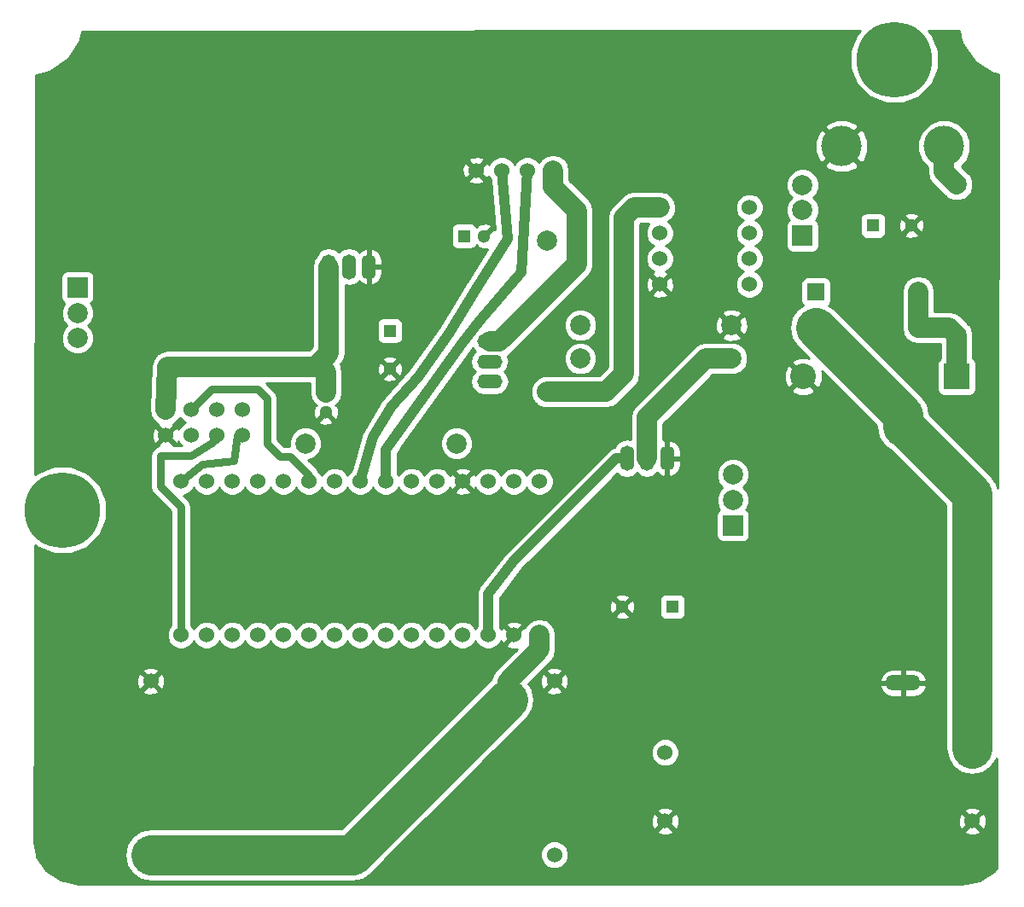
<source format=gtl>
G04 #@! TF.FileFunction,Copper,L1,Top,Signal*
%FSLAX46Y46*%
G04 Gerber Fmt 4.6, Leading zero omitted, Abs format (unit mm)*
G04 Created by KiCad (PCBNEW 4.0.4+dfsg1-stable) date Thu Jan 19 16:13:54 2017*
%MOMM*%
%LPD*%
G01*
G04 APERTURE LIST*
%ADD10C,0.200000*%
%ADD11C,1.524000*%
%ADD12R,1.300000X1.300000*%
%ADD13C,1.300000*%
%ADD14C,2.540000*%
%ADD15R,2.540000X2.540000*%
%ADD16C,1.699260*%
%ADD17R,1.699260X1.699260*%
%ADD18C,4.000500*%
%ADD19C,1.998980*%
%ADD20R,2.000000X2.000000*%
%ADD21C,2.000000*%
%ADD22O,1.400000X2.500000*%
%ADD23O,3.500000X1.524000*%
%ADD24O,2.500000X1.400000*%
%ADD25C,7.500000*%
%ADD26C,4.000000*%
%ADD27C,2.000000*%
%ADD28C,1.000000*%
%ADD29C,0.750000*%
%ADD30C,0.500000*%
%ADD31C,0.254000*%
G04 APERTURE END LIST*
D10*
D11*
X44812000Y-69816000D03*
X44812000Y-67276000D03*
X47352000Y-69816000D03*
X47352000Y-67276000D03*
X49892000Y-69816000D03*
X49892000Y-67276000D03*
X52432000Y-69816000D03*
X52432000Y-67276000D03*
D12*
X60706000Y-65532000D03*
D13*
X60706000Y-67532000D03*
D12*
X74422000Y-50038000D03*
D13*
X76422000Y-50038000D03*
D12*
X115000000Y-49000000D03*
D13*
X118800000Y-49000000D03*
D12*
X95104000Y-86834000D03*
D13*
X90104000Y-86834000D03*
D14*
X108056780Y-63976960D03*
D15*
X123296780Y-63976960D03*
D16*
X119488520Y-59145460D03*
D17*
X109328520Y-59145460D03*
D16*
X119488520Y-55589460D03*
D17*
X109328520Y-55589460D03*
D11*
X93834000Y-47210000D03*
X93834000Y-49750000D03*
X93834000Y-52290000D03*
X93834000Y-54830000D03*
X102724000Y-54830000D03*
X102724000Y-52290000D03*
X102724000Y-49750000D03*
X102724000Y-47210000D03*
D18*
X111868000Y-41114000D03*
X122028000Y-41114000D03*
D19*
X123298000Y-44924000D03*
X123298000Y-59924000D03*
X82658000Y-65498000D03*
X82658000Y-50498000D03*
X85960000Y-58894000D03*
X100960000Y-58894000D03*
X100946000Y-62196000D03*
X85946000Y-62196000D03*
D11*
X83240000Y-43540000D03*
X80700000Y-43540000D03*
X78160000Y-43540000D03*
X75620000Y-43540000D03*
X46336000Y-89628000D03*
X48876000Y-89628000D03*
X51416000Y-89628000D03*
X53956000Y-89628000D03*
X56496000Y-89628000D03*
X59036000Y-89628000D03*
X61576000Y-89628000D03*
X64116000Y-89628000D03*
X66656000Y-89628000D03*
X69196000Y-89628000D03*
X71736000Y-89628000D03*
X74276000Y-89628000D03*
X76816000Y-89628000D03*
X79356000Y-89628000D03*
X81896000Y-89628000D03*
X81896000Y-74388000D03*
X79356000Y-74388000D03*
X76816000Y-74388000D03*
X74276000Y-74388000D03*
X71736000Y-74388000D03*
X69196000Y-74388000D03*
X66656000Y-74388000D03*
X64116000Y-74388000D03*
X61576000Y-74388000D03*
X59036000Y-74388000D03*
X56496000Y-74388000D03*
X53956000Y-74388000D03*
X51416000Y-74388000D03*
X48876000Y-74388000D03*
X46336000Y-74388000D03*
D12*
X67056000Y-59436000D03*
D13*
X67056000Y-63236000D03*
D20*
X101092000Y-78740000D03*
D21*
X101092000Y-76200000D03*
X101092000Y-73700000D03*
D20*
X108000000Y-50000000D03*
D21*
X108000000Y-47460000D03*
X108000000Y-44960000D03*
D22*
X62992000Y-53086000D03*
X64992000Y-53086000D03*
X60992000Y-53086000D03*
X92564000Y-72102000D03*
X90564000Y-72102000D03*
X94564000Y-72102000D03*
D23*
X117964000Y-67992000D03*
X117964000Y-94392000D03*
D11*
X83374000Y-111440000D03*
X83374000Y-94200000D03*
X43334000Y-94200000D03*
X43334000Y-111440000D03*
X124840000Y-101290000D03*
X124840000Y-108110000D03*
X94360000Y-108110000D03*
X94360000Y-101290000D03*
D20*
X36068000Y-55118000D03*
D21*
X36068000Y-57658000D03*
X36068000Y-60158000D03*
D24*
X76962000Y-62484000D03*
X76962000Y-64484000D03*
X76962000Y-60484000D03*
D19*
X58674000Y-70612000D03*
X73674000Y-70612000D03*
D25*
X117094000Y-32512000D03*
X34544000Y-77216000D03*
D26*
X124840000Y-100890000D02*
X124840000Y-99298000D01*
X117964000Y-68992000D02*
X117964000Y-67780940D01*
X124822000Y-75658000D02*
X124822000Y-99280000D01*
X118156000Y-68992000D02*
X124822000Y-75658000D01*
X117964000Y-68992000D02*
X118156000Y-68992000D01*
X124840000Y-99298000D02*
X124822000Y-99280000D01*
X117964000Y-67780940D02*
X109328520Y-59145460D01*
D27*
X60992000Y-53086000D02*
X60992000Y-61690000D01*
X60992000Y-61690000D02*
X59682000Y-63000000D01*
X45000000Y-63000000D02*
X59682000Y-63000000D01*
X59682000Y-63000000D02*
X60206000Y-63000000D01*
X44812000Y-67276000D02*
X45000000Y-63000000D01*
X60706000Y-63500000D02*
X60706000Y-65532000D01*
X60206000Y-63000000D02*
X60706000Y-63500000D01*
X123298000Y-59924000D02*
X123298000Y-63975740D01*
X123298000Y-63975740D02*
X123296780Y-63976960D01*
X119488520Y-59145460D02*
X122519460Y-59145460D01*
X122519460Y-59145460D02*
X123298000Y-59924000D01*
X119488520Y-55589460D02*
X119488520Y-59145460D01*
X93834000Y-47210000D02*
X91294000Y-47210000D01*
X88500000Y-65498000D02*
X82658000Y-65498000D01*
X90278000Y-63720000D02*
X88500000Y-65498000D01*
X90278000Y-48226000D02*
X90278000Y-63720000D01*
X91294000Y-47210000D02*
X90278000Y-48226000D01*
X122028000Y-41114000D02*
X122028000Y-43654000D01*
X122028000Y-43654000D02*
X123298000Y-44924000D01*
X92564000Y-72102000D02*
X92564000Y-68038000D01*
X98406000Y-62196000D02*
X100946000Y-62196000D01*
X92564000Y-68038000D02*
X98406000Y-62196000D01*
D28*
X90564000Y-72102000D02*
X89516000Y-72102000D01*
X76814125Y-85564118D02*
X76816000Y-89628000D01*
X79356000Y-82262000D02*
X76814125Y-85564118D01*
X89516000Y-72102000D02*
X79356000Y-82262000D01*
X66656000Y-74388000D02*
X66656000Y-71266000D01*
X80112254Y-53614783D02*
X80700000Y-43540000D01*
X75946000Y-58420000D02*
X80112254Y-53614783D01*
X74168000Y-60706000D02*
X75946000Y-58420000D01*
X66656000Y-71266000D02*
X74168000Y-60706000D01*
D29*
X66656000Y-74388000D02*
X66656000Y-73944000D01*
D28*
X64116000Y-74388000D02*
X65390527Y-69955389D01*
X78720844Y-50314614D02*
X78160000Y-43540000D01*
X75692000Y-55118000D02*
X78720844Y-50314614D01*
X72898000Y-59690000D02*
X75692000Y-55118000D01*
X69850000Y-64008000D02*
X72898000Y-59690000D01*
X67224189Y-66935865D02*
X69850000Y-64008000D01*
X65390527Y-69955389D02*
X67224189Y-66935865D01*
D30*
X64116000Y-74388000D02*
X64412000Y-74388000D01*
D29*
X49892000Y-69816000D02*
X49892000Y-70108000D01*
X49892000Y-70108000D02*
X49400000Y-70600000D01*
X46336000Y-89628000D02*
X46336000Y-76928000D01*
X46336000Y-76928000D02*
X44304000Y-74896000D01*
X44304000Y-74896000D02*
X44304000Y-71848000D01*
X44304000Y-71848000D02*
X47352000Y-71848000D01*
X47352000Y-71848000D02*
X49400000Y-70600000D01*
D27*
X81896000Y-89628000D02*
X81896000Y-91078000D01*
D26*
X63312000Y-111440000D02*
X78740000Y-96012000D01*
X63312000Y-111440000D02*
X43334000Y-111440000D01*
D27*
X78740000Y-94234000D02*
X78740000Y-96012000D01*
X81896000Y-91078000D02*
X78740000Y-94234000D01*
D29*
X59036000Y-74388000D02*
X59036000Y-73768000D01*
X59036000Y-73768000D02*
X57150000Y-71882000D01*
X57150000Y-71882000D02*
X56134000Y-71882000D01*
X56134000Y-71882000D02*
X54864000Y-70612000D01*
X54864000Y-70612000D02*
X54864000Y-66152000D01*
X54864000Y-66152000D02*
X53956000Y-65244000D01*
X47352000Y-67276000D02*
X49384000Y-65244000D01*
X49384000Y-65244000D02*
X53956000Y-65244000D01*
D30*
X52432000Y-69816000D02*
X51924000Y-69816000D01*
D29*
X51924000Y-69816000D02*
X51600000Y-72300000D01*
X48400000Y-72700000D02*
X46336000Y-74388000D01*
X51600000Y-72300000D02*
X48400000Y-72700000D01*
D27*
X76962000Y-60484000D02*
X77946000Y-60484000D01*
X77946000Y-60484000D02*
X85598000Y-52832000D01*
X85598000Y-52832000D02*
X85598000Y-47498000D01*
X85598000Y-47498000D02*
X83240000Y-45140000D01*
X83240000Y-45140000D02*
X83240000Y-43540000D01*
D30*
X83420000Y-43400000D02*
X83166000Y-43654000D01*
D31*
G36*
X123691856Y-30590200D02*
X123782019Y-30807871D01*
X123797871Y-30846141D01*
X124903411Y-32500700D01*
X125024154Y-32621442D01*
X125099300Y-32696588D01*
X126753859Y-33802129D01*
X126786758Y-33815756D01*
X127009800Y-33908144D01*
X127424543Y-33990641D01*
X127327996Y-75009451D01*
X127256423Y-74649629D01*
X127014315Y-74287289D01*
X126685227Y-73794774D01*
X120581025Y-67690573D01*
X120398423Y-66772569D01*
X119827226Y-65917714D01*
X111191746Y-57282234D01*
X110626973Y-56904864D01*
X110629591Y-56903180D01*
X110774581Y-56690980D01*
X110825590Y-56439090D01*
X110825590Y-55589460D01*
X117853520Y-55589460D01*
X117853520Y-59145460D01*
X117977977Y-59771147D01*
X118332400Y-60301580D01*
X118862833Y-60656003D01*
X119488520Y-60780460D01*
X121663000Y-60780460D01*
X121663000Y-62186462D01*
X121575339Y-62242870D01*
X121430349Y-62455070D01*
X121379340Y-62706960D01*
X121379340Y-65246960D01*
X121423618Y-65482277D01*
X121562690Y-65698401D01*
X121774890Y-65843391D01*
X122026780Y-65894400D01*
X124566780Y-65894400D01*
X124802097Y-65850122D01*
X125018221Y-65711050D01*
X125163211Y-65498850D01*
X125214220Y-65246960D01*
X125214220Y-62706960D01*
X125169942Y-62471643D01*
X125030870Y-62255519D01*
X124933000Y-62188647D01*
X124933000Y-59924005D01*
X124933001Y-59924000D01*
X124932493Y-59921449D01*
X124932774Y-59600306D01*
X124809054Y-59300880D01*
X124808543Y-59298312D01*
X124807101Y-59296154D01*
X124684462Y-58999345D01*
X124455577Y-58770060D01*
X124454120Y-58767880D01*
X124454117Y-58767878D01*
X123675580Y-57989340D01*
X123145148Y-57634917D01*
X122519460Y-57510459D01*
X122519455Y-57510460D01*
X121123520Y-57510460D01*
X121123520Y-55589460D01*
X120999063Y-54963773D01*
X120644640Y-54433340D01*
X120114207Y-54078917D01*
X119488520Y-53954460D01*
X118862833Y-54078917D01*
X118332400Y-54433340D01*
X117977977Y-54963773D01*
X117853520Y-55589460D01*
X110825590Y-55589460D01*
X110825590Y-54739830D01*
X110781312Y-54504513D01*
X110642240Y-54288389D01*
X110430040Y-54143399D01*
X110178150Y-54092390D01*
X108478890Y-54092390D01*
X108243573Y-54136668D01*
X108027449Y-54275740D01*
X107882459Y-54487940D01*
X107831450Y-54739830D01*
X107831450Y-56439090D01*
X107875728Y-56674407D01*
X108014800Y-56890531D01*
X108032954Y-56902935D01*
X107465294Y-57282234D01*
X106894097Y-58137089D01*
X106693521Y-59145460D01*
X106894097Y-60153831D01*
X107465294Y-61008686D01*
X108602526Y-62145918D01*
X108385744Y-62062699D01*
X107628148Y-62082524D01*
X107020300Y-62334303D01*
X106888608Y-62629183D01*
X108056780Y-63797355D01*
X108070923Y-63783213D01*
X108250528Y-63962818D01*
X108236385Y-63976960D01*
X109404557Y-65145132D01*
X109699437Y-65013440D01*
X109971041Y-64305924D01*
X109951216Y-63548328D01*
X109913230Y-63456622D01*
X115329000Y-68872392D01*
X115329000Y-68992000D01*
X115529577Y-70000371D01*
X116100774Y-70855226D01*
X116679401Y-71241853D01*
X122187000Y-76749453D01*
X122187000Y-99280000D01*
X122205000Y-99370492D01*
X122205000Y-100890000D01*
X122405577Y-101898371D01*
X122976774Y-102753226D01*
X123831629Y-103324423D01*
X124840000Y-103525000D01*
X125848371Y-103324423D01*
X126703226Y-102753226D01*
X127264673Y-101912963D01*
X127239141Y-112760475D01*
X127033786Y-113055137D01*
X125595434Y-113975947D01*
X123775164Y-114301061D01*
X123645027Y-114352000D01*
X36255259Y-114352000D01*
X36138514Y-114303642D01*
X34363610Y-113950592D01*
X32976349Y-113023654D01*
X32049408Y-111636390D01*
X32010344Y-111440000D01*
X40699000Y-111440000D01*
X40899577Y-112448371D01*
X41470774Y-113303226D01*
X42325629Y-113874423D01*
X43334000Y-114075000D01*
X63312000Y-114075000D01*
X64320371Y-113874423D01*
X65175226Y-113303226D01*
X66761791Y-111716661D01*
X81976758Y-111716661D01*
X82188990Y-112230303D01*
X82581630Y-112623629D01*
X83094900Y-112836757D01*
X83650661Y-112837242D01*
X84164303Y-112625010D01*
X84557629Y-112232370D01*
X84770757Y-111719100D01*
X84771242Y-111163339D01*
X84559010Y-110649697D01*
X84166370Y-110256371D01*
X83653100Y-110043243D01*
X83097339Y-110042758D01*
X82583697Y-110254990D01*
X82190371Y-110647630D01*
X81977243Y-111160900D01*
X81976758Y-111716661D01*
X66761791Y-111716661D01*
X69388239Y-109090213D01*
X93559392Y-109090213D01*
X93628857Y-109332397D01*
X94152302Y-109519144D01*
X94707368Y-109491362D01*
X95091143Y-109332397D01*
X95160608Y-109090213D01*
X124039392Y-109090213D01*
X124108857Y-109332397D01*
X124632302Y-109519144D01*
X125187368Y-109491362D01*
X125571143Y-109332397D01*
X125640608Y-109090213D01*
X124840000Y-108289605D01*
X124039392Y-109090213D01*
X95160608Y-109090213D01*
X94360000Y-108289605D01*
X93559392Y-109090213D01*
X69388239Y-109090213D01*
X70576150Y-107902302D01*
X92950856Y-107902302D01*
X92978638Y-108457368D01*
X93137603Y-108841143D01*
X93379787Y-108910608D01*
X94180395Y-108110000D01*
X94539605Y-108110000D01*
X95340213Y-108910608D01*
X95582397Y-108841143D01*
X95769144Y-108317698D01*
X95748353Y-107902302D01*
X123430856Y-107902302D01*
X123458638Y-108457368D01*
X123617603Y-108841143D01*
X123859787Y-108910608D01*
X124660395Y-108110000D01*
X125019605Y-108110000D01*
X125820213Y-108910608D01*
X126062397Y-108841143D01*
X126249144Y-108317698D01*
X126221362Y-107762632D01*
X126062397Y-107378857D01*
X125820213Y-107309392D01*
X125019605Y-108110000D01*
X124660395Y-108110000D01*
X123859787Y-107309392D01*
X123617603Y-107378857D01*
X123430856Y-107902302D01*
X95748353Y-107902302D01*
X95741362Y-107762632D01*
X95582397Y-107378857D01*
X95340213Y-107309392D01*
X94539605Y-108110000D01*
X94180395Y-108110000D01*
X93379787Y-107309392D01*
X93137603Y-107378857D01*
X92950856Y-107902302D01*
X70576150Y-107902302D01*
X71348665Y-107129787D01*
X93559392Y-107129787D01*
X94360000Y-107930395D01*
X95160608Y-107129787D01*
X124039392Y-107129787D01*
X124840000Y-107930395D01*
X125640608Y-107129787D01*
X125571143Y-106887603D01*
X125047698Y-106700856D01*
X124492632Y-106728638D01*
X124108857Y-106887603D01*
X124039392Y-107129787D01*
X95160608Y-107129787D01*
X95091143Y-106887603D01*
X94567698Y-106700856D01*
X94012632Y-106728638D01*
X93628857Y-106887603D01*
X93559392Y-107129787D01*
X71348665Y-107129787D01*
X76911791Y-101566661D01*
X92962758Y-101566661D01*
X93174990Y-102080303D01*
X93567630Y-102473629D01*
X94080900Y-102686757D01*
X94636661Y-102687242D01*
X95150303Y-102475010D01*
X95543629Y-102082370D01*
X95756757Y-101569100D01*
X95757242Y-101013339D01*
X95545010Y-100499697D01*
X95152370Y-100106371D01*
X94639100Y-99893243D01*
X94083339Y-99892758D01*
X93569697Y-100104990D01*
X93176371Y-100497630D01*
X92963243Y-101010900D01*
X92962758Y-101566661D01*
X76911791Y-101566661D01*
X80603226Y-97875226D01*
X81174423Y-97020371D01*
X81375000Y-96012000D01*
X81209548Y-95180213D01*
X82573392Y-95180213D01*
X82642857Y-95422397D01*
X83166302Y-95609144D01*
X83721368Y-95581362D01*
X84105143Y-95422397D01*
X84174608Y-95180213D01*
X83374000Y-94379605D01*
X82573392Y-95180213D01*
X81209548Y-95180213D01*
X81174423Y-95003629D01*
X80817213Y-94469027D01*
X81293938Y-93992302D01*
X81964856Y-93992302D01*
X81992638Y-94547368D01*
X82151603Y-94931143D01*
X82393787Y-95000608D01*
X83194395Y-94200000D01*
X83553605Y-94200000D01*
X84354213Y-95000608D01*
X84596397Y-94931143D01*
X84666349Y-94735070D01*
X115621780Y-94735070D01*
X115636740Y-94809277D01*
X115898370Y-95290026D01*
X116324059Y-95634059D01*
X116849000Y-95789000D01*
X117837000Y-95789000D01*
X117837000Y-94519000D01*
X118091000Y-94519000D01*
X118091000Y-95789000D01*
X119079000Y-95789000D01*
X119603941Y-95634059D01*
X120029630Y-95290026D01*
X120291260Y-94809277D01*
X120306220Y-94735070D01*
X120183720Y-94519000D01*
X118091000Y-94519000D01*
X117837000Y-94519000D01*
X115744280Y-94519000D01*
X115621780Y-94735070D01*
X84666349Y-94735070D01*
X84783144Y-94407698D01*
X84765188Y-94048930D01*
X115621780Y-94048930D01*
X115744280Y-94265000D01*
X117837000Y-94265000D01*
X117837000Y-92995000D01*
X118091000Y-92995000D01*
X118091000Y-94265000D01*
X120183720Y-94265000D01*
X120306220Y-94048930D01*
X120291260Y-93974723D01*
X120029630Y-93493974D01*
X119603941Y-93149941D01*
X119079000Y-92995000D01*
X118091000Y-92995000D01*
X117837000Y-92995000D01*
X116849000Y-92995000D01*
X116324059Y-93149941D01*
X115898370Y-93493974D01*
X115636740Y-93974723D01*
X115621780Y-94048930D01*
X84765188Y-94048930D01*
X84755362Y-93852632D01*
X84596397Y-93468857D01*
X84354213Y-93399392D01*
X83553605Y-94200000D01*
X83194395Y-94200000D01*
X82393787Y-93399392D01*
X82151603Y-93468857D01*
X81964856Y-93992302D01*
X81293938Y-93992302D01*
X82066453Y-93219787D01*
X82573392Y-93219787D01*
X83374000Y-94020395D01*
X84174608Y-93219787D01*
X84105143Y-92977603D01*
X83581698Y-92790856D01*
X83026632Y-92818638D01*
X82642857Y-92977603D01*
X82573392Y-93219787D01*
X82066453Y-93219787D01*
X83052120Y-92234120D01*
X83406543Y-91703688D01*
X83531001Y-91078000D01*
X83531000Y-91077995D01*
X83531000Y-89628000D01*
X83406543Y-89002313D01*
X83052120Y-88471880D01*
X82521687Y-88117457D01*
X81896000Y-87993000D01*
X81270313Y-88117457D01*
X80739880Y-88471880D01*
X80475618Y-88867377D01*
X80336213Y-88827392D01*
X79535605Y-89628000D01*
X79549748Y-89642143D01*
X79370143Y-89821748D01*
X79356000Y-89807605D01*
X78555392Y-90608213D01*
X78624857Y-90850397D01*
X79148302Y-91037144D01*
X79649712Y-91012048D01*
X77583880Y-93077880D01*
X77229457Y-93608312D01*
X77159533Y-93959840D01*
X76876774Y-94148774D01*
X62220548Y-108805000D01*
X43334000Y-108805000D01*
X42325629Y-109005577D01*
X41470774Y-109576774D01*
X40899577Y-110431629D01*
X40699000Y-111440000D01*
X32010344Y-111440000D01*
X31769337Y-110228379D01*
X31804756Y-95180213D01*
X42533392Y-95180213D01*
X42602857Y-95422397D01*
X43126302Y-95609144D01*
X43681368Y-95581362D01*
X44065143Y-95422397D01*
X44134608Y-95180213D01*
X43334000Y-94379605D01*
X42533392Y-95180213D01*
X31804756Y-95180213D01*
X31807552Y-93992302D01*
X41924856Y-93992302D01*
X41952638Y-94547368D01*
X42111603Y-94931143D01*
X42353787Y-95000608D01*
X43154395Y-94200000D01*
X43513605Y-94200000D01*
X44314213Y-95000608D01*
X44556397Y-94931143D01*
X44743144Y-94407698D01*
X44715362Y-93852632D01*
X44556397Y-93468857D01*
X44314213Y-93399392D01*
X43513605Y-94200000D01*
X43154395Y-94200000D01*
X42353787Y-93399392D01*
X42111603Y-93468857D01*
X41924856Y-93992302D01*
X31807552Y-93992302D01*
X31809370Y-93219787D01*
X42533392Y-93219787D01*
X43334000Y-94020395D01*
X44134608Y-93219787D01*
X44065143Y-92977603D01*
X43541698Y-92790856D01*
X42986632Y-92818638D01*
X42602857Y-92977603D01*
X42533392Y-93219787D01*
X31809370Y-93219787D01*
X31838809Y-80712828D01*
X32056854Y-80931254D01*
X33667943Y-81600237D01*
X35412404Y-81601759D01*
X37024658Y-80935590D01*
X38259254Y-79703146D01*
X38928237Y-78092057D01*
X38929759Y-76347596D01*
X38263590Y-74735342D01*
X37031146Y-73500746D01*
X35420057Y-72831763D01*
X33675596Y-72830241D01*
X32063342Y-73496410D01*
X31855305Y-73704084D01*
X31864944Y-69608302D01*
X43402856Y-69608302D01*
X43430638Y-70163368D01*
X43589603Y-70547143D01*
X43831787Y-70616608D01*
X44632395Y-69816000D01*
X43831787Y-69015392D01*
X43589603Y-69084857D01*
X43402856Y-69608302D01*
X31864944Y-69608302D01*
X31870603Y-67204184D01*
X43178578Y-67204184D01*
X43275432Y-67834734D01*
X43606215Y-68380223D01*
X44048900Y-68705020D01*
X44011392Y-68835787D01*
X44812000Y-69636395D01*
X45612608Y-68835787D01*
X45571098Y-68691068D01*
X45916223Y-68481785D01*
X46198155Y-68097523D01*
X46559630Y-68459629D01*
X46767512Y-68545949D01*
X46561697Y-68630990D01*
X46168371Y-69023630D01*
X46088605Y-69215727D01*
X46034397Y-69084857D01*
X45792213Y-69015392D01*
X44991605Y-69816000D01*
X45792213Y-70616608D01*
X46034397Y-70547143D01*
X46084509Y-70406682D01*
X46166990Y-70606303D01*
X46398283Y-70838000D01*
X45600622Y-70838000D01*
X45612608Y-70796213D01*
X44812000Y-69995605D01*
X44011392Y-70796213D01*
X44038524Y-70890807D01*
X43917490Y-70914882D01*
X43589822Y-71133822D01*
X43370882Y-71461490D01*
X43294000Y-71848000D01*
X43294000Y-74896000D01*
X43370882Y-75282510D01*
X43589822Y-75610178D01*
X45326000Y-77346356D01*
X45326000Y-88662304D01*
X45152371Y-88835630D01*
X44939243Y-89348900D01*
X44938758Y-89904661D01*
X45150990Y-90418303D01*
X45543630Y-90811629D01*
X46056900Y-91024757D01*
X46612661Y-91025242D01*
X47126303Y-90813010D01*
X47519629Y-90420370D01*
X47605949Y-90212488D01*
X47690990Y-90418303D01*
X48083630Y-90811629D01*
X48596900Y-91024757D01*
X49152661Y-91025242D01*
X49666303Y-90813010D01*
X50059629Y-90420370D01*
X50145949Y-90212488D01*
X50230990Y-90418303D01*
X50623630Y-90811629D01*
X51136900Y-91024757D01*
X51692661Y-91025242D01*
X52206303Y-90813010D01*
X52599629Y-90420370D01*
X52685949Y-90212488D01*
X52770990Y-90418303D01*
X53163630Y-90811629D01*
X53676900Y-91024757D01*
X54232661Y-91025242D01*
X54746303Y-90813010D01*
X55139629Y-90420370D01*
X55225949Y-90212488D01*
X55310990Y-90418303D01*
X55703630Y-90811629D01*
X56216900Y-91024757D01*
X56772661Y-91025242D01*
X57286303Y-90813010D01*
X57679629Y-90420370D01*
X57765949Y-90212488D01*
X57850990Y-90418303D01*
X58243630Y-90811629D01*
X58756900Y-91024757D01*
X59312661Y-91025242D01*
X59826303Y-90813010D01*
X60219629Y-90420370D01*
X60305949Y-90212488D01*
X60390990Y-90418303D01*
X60783630Y-90811629D01*
X61296900Y-91024757D01*
X61852661Y-91025242D01*
X62366303Y-90813010D01*
X62759629Y-90420370D01*
X62845949Y-90212488D01*
X62930990Y-90418303D01*
X63323630Y-90811629D01*
X63836900Y-91024757D01*
X64392661Y-91025242D01*
X64906303Y-90813010D01*
X65299629Y-90420370D01*
X65385949Y-90212488D01*
X65470990Y-90418303D01*
X65863630Y-90811629D01*
X66376900Y-91024757D01*
X66932661Y-91025242D01*
X67446303Y-90813010D01*
X67839629Y-90420370D01*
X67925949Y-90212488D01*
X68010990Y-90418303D01*
X68403630Y-90811629D01*
X68916900Y-91024757D01*
X69472661Y-91025242D01*
X69986303Y-90813010D01*
X70379629Y-90420370D01*
X70465949Y-90212488D01*
X70550990Y-90418303D01*
X70943630Y-90811629D01*
X71456900Y-91024757D01*
X72012661Y-91025242D01*
X72526303Y-90813010D01*
X72919629Y-90420370D01*
X73005949Y-90212488D01*
X73090990Y-90418303D01*
X73483630Y-90811629D01*
X73996900Y-91024757D01*
X74552661Y-91025242D01*
X75066303Y-90813010D01*
X75459629Y-90420370D01*
X75545949Y-90212488D01*
X75630990Y-90418303D01*
X76023630Y-90811629D01*
X76536900Y-91024757D01*
X77092661Y-91025242D01*
X77606303Y-90813010D01*
X77999629Y-90420370D01*
X78079395Y-90228273D01*
X78133603Y-90359143D01*
X78375787Y-90428608D01*
X79176395Y-89628000D01*
X78375787Y-88827392D01*
X78133603Y-88896857D01*
X78083491Y-89037318D01*
X78001010Y-88837697D01*
X77950612Y-88787211D01*
X77950548Y-88647787D01*
X78555392Y-88647787D01*
X79356000Y-89448395D01*
X80156608Y-88647787D01*
X80087143Y-88405603D01*
X79563698Y-88218856D01*
X79008632Y-88246638D01*
X78624857Y-88405603D01*
X78555392Y-88647787D01*
X77950548Y-88647787D01*
X77950127Y-87733016D01*
X89384590Y-87733016D01*
X89440271Y-87963611D01*
X89923078Y-88131622D01*
X90433428Y-88102083D01*
X90767729Y-87963611D01*
X90823410Y-87733016D01*
X90104000Y-87013605D01*
X89384590Y-87733016D01*
X77950127Y-87733016D01*
X77949628Y-86653078D01*
X88806378Y-86653078D01*
X88835917Y-87163428D01*
X88974389Y-87497729D01*
X89204984Y-87553410D01*
X89924395Y-86834000D01*
X90283605Y-86834000D01*
X91003016Y-87553410D01*
X91233611Y-87497729D01*
X91401622Y-87014922D01*
X91372083Y-86504572D01*
X91239298Y-86184000D01*
X93806560Y-86184000D01*
X93806560Y-87484000D01*
X93850838Y-87719317D01*
X93989910Y-87935441D01*
X94202110Y-88080431D01*
X94454000Y-88131440D01*
X95754000Y-88131440D01*
X95989317Y-88087162D01*
X96205441Y-87948090D01*
X96350431Y-87735890D01*
X96401440Y-87484000D01*
X96401440Y-86184000D01*
X96357162Y-85948683D01*
X96218090Y-85732559D01*
X96005890Y-85587569D01*
X95754000Y-85536560D01*
X94454000Y-85536560D01*
X94218683Y-85580838D01*
X94002559Y-85719910D01*
X93857569Y-85932110D01*
X93806560Y-86184000D01*
X91239298Y-86184000D01*
X91233611Y-86170271D01*
X91003016Y-86114590D01*
X90283605Y-86834000D01*
X89924395Y-86834000D01*
X89204984Y-86114590D01*
X88974389Y-86170271D01*
X88806378Y-86653078D01*
X77949628Y-86653078D01*
X77949303Y-85950139D01*
X77960968Y-85934984D01*
X89384590Y-85934984D01*
X90104000Y-86654395D01*
X90823410Y-85934984D01*
X90767729Y-85704389D01*
X90284922Y-85536378D01*
X89774572Y-85565917D01*
X89440271Y-85704389D01*
X89384590Y-85934984D01*
X77960968Y-85934984D01*
X80210550Y-83012582D01*
X85483132Y-77740000D01*
X99444560Y-77740000D01*
X99444560Y-79740000D01*
X99488838Y-79975317D01*
X99627910Y-80191441D01*
X99840110Y-80336431D01*
X100092000Y-80387440D01*
X102092000Y-80387440D01*
X102327317Y-80343162D01*
X102543441Y-80204090D01*
X102688431Y-79991890D01*
X102739440Y-79740000D01*
X102739440Y-77740000D01*
X102695162Y-77504683D01*
X102556090Y-77288559D01*
X102413439Y-77191090D01*
X102477278Y-77127363D01*
X102726716Y-76526648D01*
X102727284Y-75876205D01*
X102478894Y-75275057D01*
X102154241Y-74949836D01*
X102477278Y-74627363D01*
X102726716Y-74026648D01*
X102727284Y-73376205D01*
X102478894Y-72775057D01*
X102019363Y-72314722D01*
X101418648Y-72065284D01*
X100768205Y-72064716D01*
X100167057Y-72313106D01*
X99706722Y-72772637D01*
X99457284Y-73373352D01*
X99456716Y-74023795D01*
X99705106Y-74624943D01*
X100029759Y-74950164D01*
X99706722Y-75272637D01*
X99457284Y-75873352D01*
X99456716Y-76523795D01*
X99705106Y-77124943D01*
X99771621Y-77191574D01*
X99640559Y-77275910D01*
X99495569Y-77488110D01*
X99444560Y-77740000D01*
X85483132Y-77740000D01*
X89608077Y-73615055D01*
X89620012Y-73632917D01*
X90053118Y-73922308D01*
X90564000Y-74023929D01*
X91074882Y-73922308D01*
X91507988Y-73632917D01*
X91564000Y-73549089D01*
X91620012Y-73632917D01*
X92053118Y-73922308D01*
X92564000Y-74023929D01*
X93074882Y-73922308D01*
X93507988Y-73632917D01*
X93579490Y-73525906D01*
X93709815Y-73685790D01*
X94170450Y-73933980D01*
X94230671Y-73944716D01*
X94437000Y-73821374D01*
X94437000Y-72229000D01*
X94691000Y-72229000D01*
X94691000Y-73821374D01*
X94897329Y-73944716D01*
X94957550Y-73933980D01*
X95418185Y-73685790D01*
X95748778Y-73280215D01*
X95899000Y-72779000D01*
X95899000Y-72229000D01*
X94691000Y-72229000D01*
X94437000Y-72229000D01*
X94417000Y-72229000D01*
X94417000Y-71975000D01*
X94437000Y-71975000D01*
X94437000Y-70382626D01*
X94691000Y-70382626D01*
X94691000Y-71975000D01*
X95899000Y-71975000D01*
X95899000Y-71425000D01*
X95748778Y-70923785D01*
X95418185Y-70518210D01*
X94957550Y-70270020D01*
X94897329Y-70259284D01*
X94691000Y-70382626D01*
X94437000Y-70382626D01*
X94230671Y-70259284D01*
X94199000Y-70264930D01*
X94199000Y-68715240D01*
X97589502Y-65324737D01*
X106888608Y-65324737D01*
X107020300Y-65619617D01*
X107727816Y-65891221D01*
X108485412Y-65871396D01*
X109093260Y-65619617D01*
X109224952Y-65324737D01*
X108056780Y-64156565D01*
X106888608Y-65324737D01*
X97589502Y-65324737D01*
X99083239Y-63831000D01*
X100946000Y-63831000D01*
X100948546Y-63830493D01*
X101269694Y-63830774D01*
X101569120Y-63707054D01*
X101571687Y-63706543D01*
X101573844Y-63705102D01*
X101712050Y-63647996D01*
X106142519Y-63647996D01*
X106162344Y-64405592D01*
X106414123Y-65013440D01*
X106709003Y-65145132D01*
X107877175Y-63976960D01*
X106709003Y-62808788D01*
X106414123Y-62940480D01*
X106142519Y-63647996D01*
X101712050Y-63647996D01*
X101870655Y-63582462D01*
X102099940Y-63353577D01*
X102102120Y-63352120D01*
X102103564Y-63349959D01*
X102330846Y-63123073D01*
X102455088Y-62823864D01*
X102456543Y-62821687D01*
X102457049Y-62819141D01*
X102580206Y-62522547D01*
X102580489Y-62198569D01*
X102581000Y-62196000D01*
X102580493Y-62193454D01*
X102580774Y-61872306D01*
X102457054Y-61572880D01*
X102456543Y-61570313D01*
X102455102Y-61568156D01*
X102332462Y-61271345D01*
X102103577Y-61042060D01*
X102102120Y-61039880D01*
X102099959Y-61038436D01*
X101873073Y-60811154D01*
X101573864Y-60686912D01*
X101571687Y-60685457D01*
X101569141Y-60684951D01*
X101272547Y-60561794D01*
X100948569Y-60561511D01*
X100946000Y-60561000D01*
X98406005Y-60561000D01*
X98406000Y-60560999D01*
X97795526Y-60682431D01*
X97780313Y-60685457D01*
X97249880Y-61039880D01*
X97249878Y-61039883D01*
X91407880Y-66881880D01*
X91053457Y-67412312D01*
X90928999Y-68038000D01*
X90929000Y-68038005D01*
X90929000Y-70252674D01*
X90564000Y-70180071D01*
X90053118Y-70281692D01*
X89620012Y-70571083D01*
X89330864Y-71003826D01*
X89081654Y-71053397D01*
X88715881Y-71297799D01*
X88713434Y-71299434D01*
X78553434Y-81459434D01*
X78512320Y-81520965D01*
X78456607Y-81569673D01*
X75914732Y-84871791D01*
X75848368Y-85005845D01*
X75765322Y-85130256D01*
X75750969Y-85202588D01*
X75718252Y-85268675D01*
X75708240Y-85417920D01*
X75679125Y-85564642D01*
X75680612Y-88787473D01*
X75632371Y-88835630D01*
X75546051Y-89043512D01*
X75461010Y-88837697D01*
X75068370Y-88444371D01*
X74555100Y-88231243D01*
X73999339Y-88230758D01*
X73485697Y-88442990D01*
X73092371Y-88835630D01*
X73006051Y-89043512D01*
X72921010Y-88837697D01*
X72528370Y-88444371D01*
X72015100Y-88231243D01*
X71459339Y-88230758D01*
X70945697Y-88442990D01*
X70552371Y-88835630D01*
X70466051Y-89043512D01*
X70381010Y-88837697D01*
X69988370Y-88444371D01*
X69475100Y-88231243D01*
X68919339Y-88230758D01*
X68405697Y-88442990D01*
X68012371Y-88835630D01*
X67926051Y-89043512D01*
X67841010Y-88837697D01*
X67448370Y-88444371D01*
X66935100Y-88231243D01*
X66379339Y-88230758D01*
X65865697Y-88442990D01*
X65472371Y-88835630D01*
X65386051Y-89043512D01*
X65301010Y-88837697D01*
X64908370Y-88444371D01*
X64395100Y-88231243D01*
X63839339Y-88230758D01*
X63325697Y-88442990D01*
X62932371Y-88835630D01*
X62846051Y-89043512D01*
X62761010Y-88837697D01*
X62368370Y-88444371D01*
X61855100Y-88231243D01*
X61299339Y-88230758D01*
X60785697Y-88442990D01*
X60392371Y-88835630D01*
X60306051Y-89043512D01*
X60221010Y-88837697D01*
X59828370Y-88444371D01*
X59315100Y-88231243D01*
X58759339Y-88230758D01*
X58245697Y-88442990D01*
X57852371Y-88835630D01*
X57766051Y-89043512D01*
X57681010Y-88837697D01*
X57288370Y-88444371D01*
X56775100Y-88231243D01*
X56219339Y-88230758D01*
X55705697Y-88442990D01*
X55312371Y-88835630D01*
X55226051Y-89043512D01*
X55141010Y-88837697D01*
X54748370Y-88444371D01*
X54235100Y-88231243D01*
X53679339Y-88230758D01*
X53165697Y-88442990D01*
X52772371Y-88835630D01*
X52686051Y-89043512D01*
X52601010Y-88837697D01*
X52208370Y-88444371D01*
X51695100Y-88231243D01*
X51139339Y-88230758D01*
X50625697Y-88442990D01*
X50232371Y-88835630D01*
X50146051Y-89043512D01*
X50061010Y-88837697D01*
X49668370Y-88444371D01*
X49155100Y-88231243D01*
X48599339Y-88230758D01*
X48085697Y-88442990D01*
X47692371Y-88835630D01*
X47606051Y-89043512D01*
X47521010Y-88837697D01*
X47346000Y-88662381D01*
X47346000Y-76928000D01*
X47269118Y-76541490D01*
X47050178Y-76213822D01*
X46618985Y-75782629D01*
X47126303Y-75573010D01*
X47519629Y-75180370D01*
X47605949Y-74972488D01*
X47690990Y-75178303D01*
X48083630Y-75571629D01*
X48596900Y-75784757D01*
X49152661Y-75785242D01*
X49666303Y-75573010D01*
X50059629Y-75180370D01*
X50145949Y-74972488D01*
X50230990Y-75178303D01*
X50623630Y-75571629D01*
X51136900Y-75784757D01*
X51692661Y-75785242D01*
X52206303Y-75573010D01*
X52599629Y-75180370D01*
X52685949Y-74972488D01*
X52770990Y-75178303D01*
X53163630Y-75571629D01*
X53676900Y-75784757D01*
X54232661Y-75785242D01*
X54746303Y-75573010D01*
X55139629Y-75180370D01*
X55225949Y-74972488D01*
X55310990Y-75178303D01*
X55703630Y-75571629D01*
X56216900Y-75784757D01*
X56772661Y-75785242D01*
X57286303Y-75573010D01*
X57679629Y-75180370D01*
X57765949Y-74972488D01*
X57850990Y-75178303D01*
X58243630Y-75571629D01*
X58756900Y-75784757D01*
X59312661Y-75785242D01*
X59826303Y-75573010D01*
X60219629Y-75180370D01*
X60305949Y-74972488D01*
X60390990Y-75178303D01*
X60783630Y-75571629D01*
X61296900Y-75784757D01*
X61852661Y-75785242D01*
X62366303Y-75573010D01*
X62759629Y-75180370D01*
X62845949Y-74972488D01*
X62930990Y-75178303D01*
X63323630Y-75571629D01*
X63836900Y-75784757D01*
X64392661Y-75785242D01*
X64906303Y-75573010D01*
X65299629Y-75180370D01*
X65385949Y-74972488D01*
X65470990Y-75178303D01*
X65863630Y-75571629D01*
X66376900Y-75784757D01*
X66932661Y-75785242D01*
X67446303Y-75573010D01*
X67839629Y-75180370D01*
X67925949Y-74972488D01*
X68010990Y-75178303D01*
X68403630Y-75571629D01*
X68916900Y-75784757D01*
X69472661Y-75785242D01*
X69986303Y-75573010D01*
X70379629Y-75180370D01*
X70465949Y-74972488D01*
X70550990Y-75178303D01*
X70943630Y-75571629D01*
X71456900Y-75784757D01*
X72012661Y-75785242D01*
X72526303Y-75573010D01*
X72731457Y-75368213D01*
X73475392Y-75368213D01*
X73544857Y-75610397D01*
X74068302Y-75797144D01*
X74623368Y-75769362D01*
X75007143Y-75610397D01*
X75076608Y-75368213D01*
X74276000Y-74567605D01*
X73475392Y-75368213D01*
X72731457Y-75368213D01*
X72919629Y-75180370D01*
X72999395Y-74988273D01*
X73053603Y-75119143D01*
X73295787Y-75188608D01*
X74096395Y-74388000D01*
X74455605Y-74388000D01*
X75256213Y-75188608D01*
X75498397Y-75119143D01*
X75548509Y-74978682D01*
X75630990Y-75178303D01*
X76023630Y-75571629D01*
X76536900Y-75784757D01*
X77092661Y-75785242D01*
X77606303Y-75573010D01*
X77999629Y-75180370D01*
X78085949Y-74972488D01*
X78170990Y-75178303D01*
X78563630Y-75571629D01*
X79076900Y-75784757D01*
X79632661Y-75785242D01*
X80146303Y-75573010D01*
X80539629Y-75180370D01*
X80625949Y-74972488D01*
X80710990Y-75178303D01*
X81103630Y-75571629D01*
X81616900Y-75784757D01*
X82172661Y-75785242D01*
X82686303Y-75573010D01*
X83079629Y-75180370D01*
X83292757Y-74667100D01*
X83293242Y-74111339D01*
X83081010Y-73597697D01*
X82688370Y-73204371D01*
X82175100Y-72991243D01*
X81619339Y-72990758D01*
X81105697Y-73202990D01*
X80712371Y-73595630D01*
X80626051Y-73803512D01*
X80541010Y-73597697D01*
X80148370Y-73204371D01*
X79635100Y-72991243D01*
X79079339Y-72990758D01*
X78565697Y-73202990D01*
X78172371Y-73595630D01*
X78086051Y-73803512D01*
X78001010Y-73597697D01*
X77608370Y-73204371D01*
X77095100Y-72991243D01*
X76539339Y-72990758D01*
X76025697Y-73202990D01*
X75632371Y-73595630D01*
X75552605Y-73787727D01*
X75498397Y-73656857D01*
X75256213Y-73587392D01*
X74455605Y-74388000D01*
X74096395Y-74388000D01*
X73295787Y-73587392D01*
X73053603Y-73656857D01*
X73003491Y-73797318D01*
X72921010Y-73597697D01*
X72731432Y-73407787D01*
X73475392Y-73407787D01*
X74276000Y-74208395D01*
X75076608Y-73407787D01*
X75007143Y-73165603D01*
X74483698Y-72978856D01*
X73928632Y-73006638D01*
X73544857Y-73165603D01*
X73475392Y-73407787D01*
X72731432Y-73407787D01*
X72528370Y-73204371D01*
X72015100Y-72991243D01*
X71459339Y-72990758D01*
X70945697Y-73202990D01*
X70552371Y-73595630D01*
X70466051Y-73803512D01*
X70381010Y-73597697D01*
X69988370Y-73204371D01*
X69475100Y-72991243D01*
X68919339Y-72990758D01*
X68405697Y-73202990D01*
X68012371Y-73595630D01*
X67926051Y-73803512D01*
X67841010Y-73597697D01*
X67791000Y-73547600D01*
X67791000Y-71628516D01*
X68283848Y-70935694D01*
X72039226Y-70935694D01*
X72287538Y-71536655D01*
X72746927Y-71996846D01*
X73347453Y-72246206D01*
X73997694Y-72246774D01*
X74598655Y-71998462D01*
X75058846Y-71539073D01*
X75308206Y-70938547D01*
X75308774Y-70288306D01*
X75060462Y-69687345D01*
X74601073Y-69227154D01*
X74000547Y-68977794D01*
X73350306Y-68977226D01*
X72749345Y-69225538D01*
X72289154Y-69684927D01*
X72039794Y-70285453D01*
X72039226Y-70935694D01*
X68283848Y-70935694D01*
X75078803Y-61383681D01*
X75252370Y-61160524D01*
X75431083Y-61427988D01*
X75514911Y-61484000D01*
X75431083Y-61540012D01*
X75141692Y-61973118D01*
X75040071Y-62484000D01*
X75141692Y-62994882D01*
X75431083Y-63427988D01*
X75514911Y-63484000D01*
X75431083Y-63540012D01*
X75141692Y-63973118D01*
X75040071Y-64484000D01*
X75141692Y-64994882D01*
X75431083Y-65427988D01*
X75864189Y-65717379D01*
X76375071Y-65819000D01*
X77548929Y-65819000D01*
X78059811Y-65717379D01*
X78388136Y-65498000D01*
X81023000Y-65498000D01*
X81023507Y-65500546D01*
X81023226Y-65821694D01*
X81146946Y-66121120D01*
X81147457Y-66123687D01*
X81148898Y-66125844D01*
X81271538Y-66422655D01*
X81500423Y-66651940D01*
X81501880Y-66654120D01*
X81504041Y-66655564D01*
X81730927Y-66882846D01*
X82030136Y-67007088D01*
X82032313Y-67008543D01*
X82034859Y-67009049D01*
X82331453Y-67132206D01*
X82655431Y-67132489D01*
X82658000Y-67133000D01*
X88499995Y-67133000D01*
X88500000Y-67133001D01*
X89125688Y-67008543D01*
X89656120Y-66654120D01*
X91434117Y-64876122D01*
X91434120Y-64876120D01*
X91788543Y-64345687D01*
X91826162Y-64156565D01*
X91913001Y-63720000D01*
X91913000Y-63719995D01*
X91913000Y-60046163D01*
X99987443Y-60046163D01*
X100086042Y-60312965D01*
X100695582Y-60539401D01*
X101345377Y-60515341D01*
X101833958Y-60312965D01*
X101932557Y-60046163D01*
X100960000Y-59073605D01*
X99987443Y-60046163D01*
X91913000Y-60046163D01*
X91913000Y-58629582D01*
X99314599Y-58629582D01*
X99338659Y-59279377D01*
X99541035Y-59767958D01*
X99807837Y-59866557D01*
X100780395Y-58894000D01*
X101139605Y-58894000D01*
X102112163Y-59866557D01*
X102378965Y-59767958D01*
X102605401Y-59158418D01*
X102581341Y-58508623D01*
X102378965Y-58020042D01*
X102112163Y-57921443D01*
X101139605Y-58894000D01*
X100780395Y-58894000D01*
X99807837Y-57921443D01*
X99541035Y-58020042D01*
X99314599Y-58629582D01*
X91913000Y-58629582D01*
X91913000Y-57741837D01*
X99987443Y-57741837D01*
X100960000Y-58714395D01*
X101932557Y-57741837D01*
X101833958Y-57475035D01*
X101224418Y-57248599D01*
X100574623Y-57272659D01*
X100086042Y-57475035D01*
X99987443Y-57741837D01*
X91913000Y-57741837D01*
X91913000Y-55810213D01*
X93033392Y-55810213D01*
X93102857Y-56052397D01*
X93626302Y-56239144D01*
X94181368Y-56211362D01*
X94565143Y-56052397D01*
X94634608Y-55810213D01*
X93834000Y-55009605D01*
X93033392Y-55810213D01*
X91913000Y-55810213D01*
X91913000Y-54622302D01*
X92424856Y-54622302D01*
X92452638Y-55177368D01*
X92611603Y-55561143D01*
X92853787Y-55630608D01*
X93654395Y-54830000D01*
X94013605Y-54830000D01*
X94814213Y-55630608D01*
X95056397Y-55561143D01*
X95243144Y-55037698D01*
X95215362Y-54482632D01*
X95056397Y-54098857D01*
X94814213Y-54029392D01*
X94013605Y-54830000D01*
X93654395Y-54830000D01*
X92853787Y-54029392D01*
X92611603Y-54098857D01*
X92424856Y-54622302D01*
X91913000Y-54622302D01*
X91913000Y-48903240D01*
X91971240Y-48845000D01*
X92763198Y-48845000D01*
X92650371Y-48957630D01*
X92437243Y-49470900D01*
X92436758Y-50026661D01*
X92648990Y-50540303D01*
X93041630Y-50933629D01*
X93249512Y-51019949D01*
X93043697Y-51104990D01*
X92650371Y-51497630D01*
X92437243Y-52010900D01*
X92436758Y-52566661D01*
X92648990Y-53080303D01*
X93041630Y-53473629D01*
X93233727Y-53553395D01*
X93102857Y-53607603D01*
X93033392Y-53849787D01*
X93834000Y-54650395D01*
X94634608Y-53849787D01*
X94565143Y-53607603D01*
X94424682Y-53557491D01*
X94624303Y-53475010D01*
X95017629Y-53082370D01*
X95230757Y-52569100D01*
X95231242Y-52013339D01*
X95019010Y-51499697D01*
X94626370Y-51106371D01*
X94418488Y-51020051D01*
X94624303Y-50935010D01*
X95017629Y-50542370D01*
X95230757Y-50029100D01*
X95231242Y-49473339D01*
X95019010Y-48959697D01*
X94651999Y-48592045D01*
X94990120Y-48366120D01*
X95344543Y-47835687D01*
X95413968Y-47486661D01*
X101326758Y-47486661D01*
X101538990Y-48000303D01*
X101931630Y-48393629D01*
X102139512Y-48479949D01*
X101933697Y-48564990D01*
X101540371Y-48957630D01*
X101327243Y-49470900D01*
X101326758Y-50026661D01*
X101538990Y-50540303D01*
X101931630Y-50933629D01*
X102139512Y-51019949D01*
X101933697Y-51104990D01*
X101540371Y-51497630D01*
X101327243Y-52010900D01*
X101326758Y-52566661D01*
X101538990Y-53080303D01*
X101931630Y-53473629D01*
X102139512Y-53559949D01*
X101933697Y-53644990D01*
X101540371Y-54037630D01*
X101327243Y-54550900D01*
X101326758Y-55106661D01*
X101538990Y-55620303D01*
X101931630Y-56013629D01*
X102444900Y-56226757D01*
X103000661Y-56227242D01*
X103514303Y-56015010D01*
X103907629Y-55622370D01*
X104120757Y-55109100D01*
X104121242Y-54553339D01*
X103909010Y-54039697D01*
X103516370Y-53646371D01*
X103308488Y-53560051D01*
X103514303Y-53475010D01*
X103907629Y-53082370D01*
X104120757Y-52569100D01*
X104121242Y-52013339D01*
X103909010Y-51499697D01*
X103516370Y-51106371D01*
X103308488Y-51020051D01*
X103514303Y-50935010D01*
X103907629Y-50542370D01*
X104120757Y-50029100D01*
X104121242Y-49473339D01*
X103925663Y-49000000D01*
X106352560Y-49000000D01*
X106352560Y-51000000D01*
X106396838Y-51235317D01*
X106535910Y-51451441D01*
X106748110Y-51596431D01*
X107000000Y-51647440D01*
X109000000Y-51647440D01*
X109235317Y-51603162D01*
X109451441Y-51464090D01*
X109596431Y-51251890D01*
X109647440Y-51000000D01*
X109647440Y-49000000D01*
X109603162Y-48764683D01*
X109464090Y-48548559D01*
X109321439Y-48451090D01*
X109385278Y-48387363D01*
X109400792Y-48350000D01*
X113702560Y-48350000D01*
X113702560Y-49650000D01*
X113746838Y-49885317D01*
X113885910Y-50101441D01*
X114098110Y-50246431D01*
X114350000Y-50297440D01*
X115650000Y-50297440D01*
X115885317Y-50253162D01*
X116101441Y-50114090D01*
X116246431Y-49901890D01*
X116247012Y-49899016D01*
X118080590Y-49899016D01*
X118136271Y-50129611D01*
X118619078Y-50297622D01*
X119129428Y-50268083D01*
X119463729Y-50129611D01*
X119519410Y-49899016D01*
X118800000Y-49179605D01*
X118080590Y-49899016D01*
X116247012Y-49899016D01*
X116297440Y-49650000D01*
X116297440Y-48819078D01*
X117502378Y-48819078D01*
X117531917Y-49329428D01*
X117670389Y-49663729D01*
X117900984Y-49719410D01*
X118620395Y-49000000D01*
X118979605Y-49000000D01*
X119699016Y-49719410D01*
X119929611Y-49663729D01*
X120097622Y-49180922D01*
X120068083Y-48670572D01*
X119929611Y-48336271D01*
X119699016Y-48280590D01*
X118979605Y-49000000D01*
X118620395Y-49000000D01*
X117900984Y-48280590D01*
X117670389Y-48336271D01*
X117502378Y-48819078D01*
X116297440Y-48819078D01*
X116297440Y-48350000D01*
X116253162Y-48114683D01*
X116244347Y-48100984D01*
X118080590Y-48100984D01*
X118800000Y-48820395D01*
X119519410Y-48100984D01*
X119463729Y-47870389D01*
X118980922Y-47702378D01*
X118470572Y-47731917D01*
X118136271Y-47870389D01*
X118080590Y-48100984D01*
X116244347Y-48100984D01*
X116114090Y-47898559D01*
X115901890Y-47753569D01*
X115650000Y-47702560D01*
X114350000Y-47702560D01*
X114114683Y-47746838D01*
X113898559Y-47885910D01*
X113753569Y-48098110D01*
X113702560Y-48350000D01*
X109400792Y-48350000D01*
X109634716Y-47786648D01*
X109635284Y-47136205D01*
X109386894Y-46535057D01*
X109062241Y-46209836D01*
X109385278Y-45887363D01*
X109634716Y-45286648D01*
X109635284Y-44636205D01*
X109386894Y-44035057D01*
X108927363Y-43574722D01*
X108326648Y-43325284D01*
X107676205Y-43324716D01*
X107075057Y-43573106D01*
X106614722Y-44032637D01*
X106365284Y-44633352D01*
X106364716Y-45283795D01*
X106613106Y-45884943D01*
X106937759Y-46210164D01*
X106614722Y-46532637D01*
X106365284Y-47133352D01*
X106364716Y-47783795D01*
X106613106Y-48384943D01*
X106679621Y-48451574D01*
X106548559Y-48535910D01*
X106403569Y-48748110D01*
X106352560Y-49000000D01*
X103925663Y-49000000D01*
X103909010Y-48959697D01*
X103516370Y-48566371D01*
X103308488Y-48480051D01*
X103514303Y-48395010D01*
X103907629Y-48002370D01*
X104120757Y-47489100D01*
X104121242Y-46933339D01*
X103909010Y-46419697D01*
X103516370Y-46026371D01*
X103003100Y-45813243D01*
X102447339Y-45812758D01*
X101933697Y-46024990D01*
X101540371Y-46417630D01*
X101327243Y-46930900D01*
X101326758Y-47486661D01*
X95413968Y-47486661D01*
X95469000Y-47210000D01*
X95344543Y-46584313D01*
X94990120Y-46053880D01*
X94459687Y-45699457D01*
X93834000Y-45575000D01*
X91294005Y-45575000D01*
X91294000Y-45574999D01*
X90668312Y-45699457D01*
X90137880Y-46053880D01*
X89121880Y-47069880D01*
X88767457Y-47600312D01*
X88642999Y-48226000D01*
X88643000Y-48226005D01*
X88643000Y-63042761D01*
X87822760Y-63863000D01*
X82658000Y-63863000D01*
X82655454Y-63863507D01*
X82334306Y-63863226D01*
X82034880Y-63986946D01*
X82032313Y-63987457D01*
X82030156Y-63988898D01*
X81733345Y-64111538D01*
X81504060Y-64340423D01*
X81501880Y-64341880D01*
X81500436Y-64344041D01*
X81273154Y-64570927D01*
X81148912Y-64870136D01*
X81147457Y-64872313D01*
X81146951Y-64874859D01*
X81023794Y-65171453D01*
X81023511Y-65495431D01*
X81023000Y-65498000D01*
X78388136Y-65498000D01*
X78492917Y-65427988D01*
X78782308Y-64994882D01*
X78883929Y-64484000D01*
X78782308Y-63973118D01*
X78492917Y-63540012D01*
X78409089Y-63484000D01*
X78492917Y-63427988D01*
X78782308Y-62994882D01*
X78876829Y-62519694D01*
X84311226Y-62519694D01*
X84559538Y-63120655D01*
X85018927Y-63580846D01*
X85619453Y-63830206D01*
X86269694Y-63830774D01*
X86870655Y-63582462D01*
X87330846Y-63123073D01*
X87580206Y-62522547D01*
X87580774Y-61872306D01*
X87332462Y-61271345D01*
X86873073Y-60811154D01*
X86272547Y-60561794D01*
X85622306Y-60561226D01*
X85021345Y-60809538D01*
X84561154Y-61268927D01*
X84311794Y-61869453D01*
X84311226Y-62519694D01*
X78876829Y-62519694D01*
X78883929Y-62484000D01*
X78782308Y-61973118D01*
X78727196Y-61890636D01*
X79102120Y-61640120D01*
X81524545Y-59217694D01*
X84325226Y-59217694D01*
X84573538Y-59818655D01*
X85032927Y-60278846D01*
X85633453Y-60528206D01*
X86283694Y-60528774D01*
X86884655Y-60280462D01*
X87344846Y-59821073D01*
X87594206Y-59220547D01*
X87594774Y-58570306D01*
X87346462Y-57969345D01*
X86887073Y-57509154D01*
X86286547Y-57259794D01*
X85636306Y-57259226D01*
X85035345Y-57507538D01*
X84575154Y-57966927D01*
X84325794Y-58567453D01*
X84325226Y-59217694D01*
X81524545Y-59217694D01*
X86754117Y-53988122D01*
X86754120Y-53988120D01*
X86982469Y-53646371D01*
X87108543Y-53457688D01*
X87233000Y-52832000D01*
X87233000Y-47498005D01*
X87233001Y-47498000D01*
X87108543Y-46872313D01*
X86960361Y-46650543D01*
X86754120Y-46341880D01*
X86754117Y-46341878D01*
X84875000Y-44462760D01*
X84875000Y-43540000D01*
X84765440Y-42989202D01*
X110172403Y-42989202D01*
X110393203Y-43359949D01*
X111364953Y-43753367D01*
X112413287Y-43744965D01*
X113342797Y-43359949D01*
X113563597Y-42989202D01*
X111868000Y-41293605D01*
X110172403Y-42989202D01*
X84765440Y-42989202D01*
X84750543Y-42914313D01*
X84396120Y-42383880D01*
X83865687Y-42029457D01*
X83240000Y-41905000D01*
X82614313Y-42029457D01*
X82083880Y-42383880D01*
X81857718Y-42722357D01*
X81492370Y-42356371D01*
X80979100Y-42143243D01*
X80423339Y-42142758D01*
X79909697Y-42354990D01*
X79516371Y-42747630D01*
X79430051Y-42955512D01*
X79345010Y-42749697D01*
X78952370Y-42356371D01*
X78439100Y-42143243D01*
X77883339Y-42142758D01*
X77369697Y-42354990D01*
X76976371Y-42747630D01*
X76896605Y-42939727D01*
X76842397Y-42808857D01*
X76600213Y-42739392D01*
X75799605Y-43540000D01*
X76600213Y-44340608D01*
X76842397Y-44271143D01*
X76892509Y-44130682D01*
X76974990Y-44330303D01*
X77096632Y-44452157D01*
X77503145Y-49362568D01*
X77321016Y-49318590D01*
X76601605Y-50038000D01*
X76615748Y-50052142D01*
X76436143Y-50231748D01*
X76422000Y-50217605D01*
X76407858Y-50231748D01*
X76228252Y-50052142D01*
X76242395Y-50038000D01*
X76228252Y-50023858D01*
X76407858Y-49844252D01*
X76422000Y-49858395D01*
X77141410Y-49138984D01*
X77085729Y-48908389D01*
X76602922Y-48740378D01*
X76092572Y-48769917D01*
X75758271Y-48908389D01*
X75702590Y-49138982D01*
X75600928Y-49037320D01*
X75536090Y-48936559D01*
X75323890Y-48791569D01*
X75072000Y-48740560D01*
X73772000Y-48740560D01*
X73536683Y-48784838D01*
X73320559Y-48923910D01*
X73175569Y-49136110D01*
X73124560Y-49388000D01*
X73124560Y-50688000D01*
X73168838Y-50923317D01*
X73307910Y-51139441D01*
X73520110Y-51284431D01*
X73772000Y-51335440D01*
X75072000Y-51335440D01*
X75307317Y-51291162D01*
X75523441Y-51152090D01*
X75600937Y-51038671D01*
X75702590Y-50937018D01*
X75758271Y-51167611D01*
X76241078Y-51335622D01*
X76751428Y-51306083D01*
X76754713Y-51304722D01*
X74731931Y-54512614D01*
X74729026Y-54520189D01*
X74723525Y-54526154D01*
X71949094Y-59066132D01*
X68960876Y-63299441D01*
X66379222Y-66178069D01*
X66325418Y-66268913D01*
X66254059Y-66346736D01*
X64420397Y-69366260D01*
X64368815Y-69507835D01*
X64299723Y-69641745D01*
X63255633Y-73272932D01*
X62932371Y-73595630D01*
X62846051Y-73803512D01*
X62761010Y-73597697D01*
X62368370Y-73204371D01*
X61855100Y-72991243D01*
X61299339Y-72990758D01*
X60785697Y-73202990D01*
X60392371Y-73595630D01*
X60306051Y-73803512D01*
X60221010Y-73597697D01*
X59896118Y-73272237D01*
X59750178Y-73053822D01*
X58943082Y-72246726D01*
X58997694Y-72246774D01*
X59598655Y-71998462D01*
X60058846Y-71539073D01*
X60308206Y-70938547D01*
X60308774Y-70288306D01*
X60060462Y-69687345D01*
X59601073Y-69227154D01*
X59000547Y-68977794D01*
X58350306Y-68977226D01*
X57749345Y-69225538D01*
X57289154Y-69684927D01*
X57039794Y-70285453D01*
X57039282Y-70872000D01*
X56552356Y-70872000D01*
X55874000Y-70193644D01*
X55874000Y-68431016D01*
X59986590Y-68431016D01*
X60042271Y-68661611D01*
X60525078Y-68829622D01*
X61035428Y-68800083D01*
X61369729Y-68661611D01*
X61425410Y-68431016D01*
X60706000Y-67711605D01*
X59986590Y-68431016D01*
X55874000Y-68431016D01*
X55874000Y-66152000D01*
X55797118Y-65765490D01*
X55578178Y-65437822D01*
X54775356Y-64635000D01*
X59071000Y-64635000D01*
X59071000Y-65532000D01*
X59195457Y-66157687D01*
X59549880Y-66688120D01*
X59754963Y-66825151D01*
X59576389Y-66868271D01*
X59408378Y-67351078D01*
X59437917Y-67861428D01*
X59576389Y-68195729D01*
X59806984Y-68251410D01*
X60526395Y-67532000D01*
X60512252Y-67517858D01*
X60691858Y-67338253D01*
X60706000Y-67352395D01*
X60720143Y-67338253D01*
X60899748Y-67517858D01*
X60885605Y-67532000D01*
X61605016Y-68251410D01*
X61835611Y-68195729D01*
X62003622Y-67712922D01*
X61974083Y-67202572D01*
X61835611Y-66868271D01*
X61657037Y-66825151D01*
X61862120Y-66688120D01*
X62216543Y-66157687D01*
X62341000Y-65532000D01*
X62341000Y-64135016D01*
X66336590Y-64135016D01*
X66392271Y-64365611D01*
X66875078Y-64533622D01*
X67385428Y-64504083D01*
X67719729Y-64365611D01*
X67775410Y-64135016D01*
X67056000Y-63415605D01*
X66336590Y-64135016D01*
X62341000Y-64135016D01*
X62341000Y-63500005D01*
X62341001Y-63500000D01*
X62252500Y-63055078D01*
X65758378Y-63055078D01*
X65787917Y-63565428D01*
X65926389Y-63899729D01*
X66156984Y-63955410D01*
X66876395Y-63236000D01*
X67235605Y-63236000D01*
X67955016Y-63955410D01*
X68185611Y-63899729D01*
X68353622Y-63416922D01*
X68324083Y-62906572D01*
X68185611Y-62572271D01*
X67955016Y-62516590D01*
X67235605Y-63236000D01*
X66876395Y-63236000D01*
X66156984Y-62516590D01*
X65926389Y-62572271D01*
X65758378Y-63055078D01*
X62252500Y-63055078D01*
X62216543Y-62874312D01*
X62172913Y-62809015D01*
X62398337Y-62471643D01*
X62488313Y-62336984D01*
X66336590Y-62336984D01*
X67056000Y-63056395D01*
X67775410Y-62336984D01*
X67719729Y-62106389D01*
X67236922Y-61938378D01*
X66726572Y-61967917D01*
X66392271Y-62106389D01*
X66336590Y-62336984D01*
X62488313Y-62336984D01*
X62502543Y-62315688D01*
X62627001Y-61690000D01*
X62627000Y-61689995D01*
X62627000Y-58786000D01*
X65758560Y-58786000D01*
X65758560Y-60086000D01*
X65802838Y-60321317D01*
X65941910Y-60537441D01*
X66154110Y-60682431D01*
X66406000Y-60733440D01*
X67706000Y-60733440D01*
X67941317Y-60689162D01*
X68157441Y-60550090D01*
X68302431Y-60337890D01*
X68353440Y-60086000D01*
X68353440Y-58786000D01*
X68309162Y-58550683D01*
X68170090Y-58334559D01*
X67957890Y-58189569D01*
X67706000Y-58138560D01*
X66406000Y-58138560D01*
X66170683Y-58182838D01*
X65954559Y-58321910D01*
X65809569Y-58534110D01*
X65758560Y-58786000D01*
X62627000Y-58786000D01*
X62627000Y-54935326D01*
X62992000Y-55007929D01*
X63502882Y-54906308D01*
X63935988Y-54616917D01*
X64007490Y-54509906D01*
X64137815Y-54669790D01*
X64598450Y-54917980D01*
X64658671Y-54928716D01*
X64865000Y-54805374D01*
X64865000Y-53213000D01*
X65119000Y-53213000D01*
X65119000Y-54805374D01*
X65325329Y-54928716D01*
X65385550Y-54917980D01*
X65846185Y-54669790D01*
X66176778Y-54264215D01*
X66327000Y-53763000D01*
X66327000Y-53213000D01*
X65119000Y-53213000D01*
X64865000Y-53213000D01*
X64845000Y-53213000D01*
X64845000Y-52959000D01*
X64865000Y-52959000D01*
X64865000Y-51366626D01*
X65119000Y-51366626D01*
X65119000Y-52959000D01*
X66327000Y-52959000D01*
X66327000Y-52409000D01*
X66176778Y-51907785D01*
X65846185Y-51502210D01*
X65385550Y-51254020D01*
X65325329Y-51243284D01*
X65119000Y-51366626D01*
X64865000Y-51366626D01*
X64658671Y-51243284D01*
X64598450Y-51254020D01*
X64137815Y-51502210D01*
X64007490Y-51662094D01*
X63935988Y-51555083D01*
X63502882Y-51265692D01*
X62992000Y-51164071D01*
X62481118Y-51265692D01*
X62048012Y-51555083D01*
X61992000Y-51638911D01*
X61935988Y-51555083D01*
X61502882Y-51265692D01*
X60992000Y-51164071D01*
X60481118Y-51265692D01*
X60048012Y-51555083D01*
X59758621Y-51988189D01*
X59742387Y-52069803D01*
X59481457Y-52460313D01*
X59357000Y-53086000D01*
X59357000Y-61012761D01*
X59004760Y-61365000D01*
X45000000Y-61365000D01*
X44721716Y-61420354D01*
X44441266Y-61463432D01*
X44410081Y-61482342D01*
X44374313Y-61489457D01*
X44138401Y-61647088D01*
X43895777Y-61794214D01*
X43874202Y-61823619D01*
X43843880Y-61843880D01*
X43686247Y-62079795D01*
X43518397Y-62308568D01*
X43509718Y-62343991D01*
X43489457Y-62374313D01*
X43434104Y-62652593D01*
X43366578Y-62928184D01*
X43178578Y-67204184D01*
X31870603Y-67204184D01*
X31901404Y-54118000D01*
X34420560Y-54118000D01*
X34420560Y-56118000D01*
X34464838Y-56353317D01*
X34603910Y-56569441D01*
X34746561Y-56666910D01*
X34682722Y-56730637D01*
X34433284Y-57331352D01*
X34432716Y-57981795D01*
X34681106Y-58582943D01*
X35005759Y-58908164D01*
X34682722Y-59230637D01*
X34433284Y-59831352D01*
X34432716Y-60481795D01*
X34681106Y-61082943D01*
X35140637Y-61543278D01*
X35741352Y-61792716D01*
X36391795Y-61793284D01*
X36992943Y-61544894D01*
X37453278Y-61085363D01*
X37702716Y-60484648D01*
X37703284Y-59834205D01*
X37454894Y-59233057D01*
X37130241Y-58907836D01*
X37453278Y-58585363D01*
X37702716Y-57984648D01*
X37703284Y-57334205D01*
X37454894Y-56733057D01*
X37388379Y-56666426D01*
X37519441Y-56582090D01*
X37664431Y-56369890D01*
X37715440Y-56118000D01*
X37715440Y-54118000D01*
X37671162Y-53882683D01*
X37532090Y-53666559D01*
X37319890Y-53521569D01*
X37068000Y-53470560D01*
X35068000Y-53470560D01*
X34832683Y-53514838D01*
X34616559Y-53653910D01*
X34471569Y-53866110D01*
X34420560Y-54118000D01*
X31901404Y-54118000D01*
X31923994Y-44520213D01*
X74819392Y-44520213D01*
X74888857Y-44762397D01*
X75412302Y-44949144D01*
X75967368Y-44921362D01*
X76351143Y-44762397D01*
X76420608Y-44520213D01*
X75620000Y-43719605D01*
X74819392Y-44520213D01*
X31923994Y-44520213D01*
X31926790Y-43332302D01*
X74210856Y-43332302D01*
X74238638Y-43887368D01*
X74397603Y-44271143D01*
X74639787Y-44340608D01*
X75440395Y-43540000D01*
X74639787Y-42739392D01*
X74397603Y-42808857D01*
X74210856Y-43332302D01*
X31926790Y-43332302D01*
X31928608Y-42559787D01*
X74819392Y-42559787D01*
X75620000Y-43360395D01*
X76420608Y-42559787D01*
X76351143Y-42317603D01*
X75827698Y-42130856D01*
X75272632Y-42158638D01*
X74888857Y-42317603D01*
X74819392Y-42559787D01*
X31928608Y-42559787D01*
X31933195Y-40610953D01*
X109228633Y-40610953D01*
X109237035Y-41659287D01*
X109622051Y-42588797D01*
X109992798Y-42809597D01*
X111688395Y-41114000D01*
X112047605Y-41114000D01*
X113743202Y-42809597D01*
X114113949Y-42588797D01*
X114499740Y-41635884D01*
X119392293Y-41635884D01*
X119792641Y-42604799D01*
X120393000Y-43206207D01*
X120393000Y-43653995D01*
X120392999Y-43654000D01*
X120517457Y-44279688D01*
X120871880Y-44810120D01*
X122141880Y-46080119D01*
X122144038Y-46081561D01*
X122370927Y-46308846D01*
X122670133Y-46433087D01*
X122672312Y-46434543D01*
X122674860Y-46435050D01*
X122971453Y-46558206D01*
X123295431Y-46558489D01*
X123298000Y-46559000D01*
X123300546Y-46558493D01*
X123621694Y-46558774D01*
X123921120Y-46435054D01*
X123923688Y-46434543D01*
X123925846Y-46433101D01*
X124222655Y-46310462D01*
X124451945Y-46081572D01*
X124454119Y-46080119D01*
X124455559Y-46077964D01*
X124682846Y-45851073D01*
X124807087Y-45551867D01*
X124808543Y-45549688D01*
X124809050Y-45547140D01*
X124932206Y-45250547D01*
X124932489Y-44926569D01*
X124933000Y-44924000D01*
X124932493Y-44921454D01*
X124932774Y-44600306D01*
X124809054Y-44300880D01*
X124808543Y-44298312D01*
X124807101Y-44296154D01*
X124684462Y-43999345D01*
X124455574Y-43770057D01*
X124454119Y-43767880D01*
X123777424Y-43091185D01*
X124260754Y-42608698D01*
X124662792Y-41640483D01*
X124663707Y-40592116D01*
X124263359Y-39623201D01*
X123522698Y-38881246D01*
X122554483Y-38479208D01*
X121506116Y-38478293D01*
X120537201Y-38878641D01*
X119795246Y-39619302D01*
X119393208Y-40587517D01*
X119392293Y-41635884D01*
X114499740Y-41635884D01*
X114507367Y-41617047D01*
X114498965Y-40568713D01*
X114113949Y-39639203D01*
X113743202Y-39418403D01*
X112047605Y-41114000D01*
X111688395Y-41114000D01*
X109992798Y-39418403D01*
X109622051Y-39639203D01*
X109228633Y-40610953D01*
X31933195Y-40610953D01*
X31936424Y-39238798D01*
X110172403Y-39238798D01*
X111868000Y-40934395D01*
X113563597Y-39238798D01*
X113342797Y-38868051D01*
X112371047Y-38474633D01*
X111322713Y-38483035D01*
X110393203Y-38868051D01*
X110172403Y-39238798D01*
X31936424Y-39238798D01*
X31948674Y-34035208D01*
X33051931Y-33815756D01*
X33238408Y-33738514D01*
X33307872Y-33709741D01*
X34929989Y-32625877D01*
X35125877Y-32429989D01*
X36209742Y-30807872D01*
X36299904Y-30590200D01*
X36315756Y-30551931D01*
X36471261Y-29770154D01*
X113714721Y-29689465D01*
X113378746Y-30024854D01*
X112709763Y-31635943D01*
X112708241Y-33380404D01*
X113374410Y-34992658D01*
X114606854Y-36227254D01*
X116217943Y-36896237D01*
X117962404Y-36897759D01*
X119574658Y-36231590D01*
X120809254Y-34999146D01*
X121478237Y-33388057D01*
X121479759Y-31643596D01*
X120813590Y-30031342D01*
X120465270Y-29682413D01*
X123510653Y-29679232D01*
X123691856Y-30590200D01*
X123691856Y-30590200D01*
G37*
X123691856Y-30590200D02*
X123782019Y-30807871D01*
X123797871Y-30846141D01*
X124903411Y-32500700D01*
X125024154Y-32621442D01*
X125099300Y-32696588D01*
X126753859Y-33802129D01*
X126786758Y-33815756D01*
X127009800Y-33908144D01*
X127424543Y-33990641D01*
X127327996Y-75009451D01*
X127256423Y-74649629D01*
X127014315Y-74287289D01*
X126685227Y-73794774D01*
X120581025Y-67690573D01*
X120398423Y-66772569D01*
X119827226Y-65917714D01*
X111191746Y-57282234D01*
X110626973Y-56904864D01*
X110629591Y-56903180D01*
X110774581Y-56690980D01*
X110825590Y-56439090D01*
X110825590Y-55589460D01*
X117853520Y-55589460D01*
X117853520Y-59145460D01*
X117977977Y-59771147D01*
X118332400Y-60301580D01*
X118862833Y-60656003D01*
X119488520Y-60780460D01*
X121663000Y-60780460D01*
X121663000Y-62186462D01*
X121575339Y-62242870D01*
X121430349Y-62455070D01*
X121379340Y-62706960D01*
X121379340Y-65246960D01*
X121423618Y-65482277D01*
X121562690Y-65698401D01*
X121774890Y-65843391D01*
X122026780Y-65894400D01*
X124566780Y-65894400D01*
X124802097Y-65850122D01*
X125018221Y-65711050D01*
X125163211Y-65498850D01*
X125214220Y-65246960D01*
X125214220Y-62706960D01*
X125169942Y-62471643D01*
X125030870Y-62255519D01*
X124933000Y-62188647D01*
X124933000Y-59924005D01*
X124933001Y-59924000D01*
X124932493Y-59921449D01*
X124932774Y-59600306D01*
X124809054Y-59300880D01*
X124808543Y-59298312D01*
X124807101Y-59296154D01*
X124684462Y-58999345D01*
X124455577Y-58770060D01*
X124454120Y-58767880D01*
X124454117Y-58767878D01*
X123675580Y-57989340D01*
X123145148Y-57634917D01*
X122519460Y-57510459D01*
X122519455Y-57510460D01*
X121123520Y-57510460D01*
X121123520Y-55589460D01*
X120999063Y-54963773D01*
X120644640Y-54433340D01*
X120114207Y-54078917D01*
X119488520Y-53954460D01*
X118862833Y-54078917D01*
X118332400Y-54433340D01*
X117977977Y-54963773D01*
X117853520Y-55589460D01*
X110825590Y-55589460D01*
X110825590Y-54739830D01*
X110781312Y-54504513D01*
X110642240Y-54288389D01*
X110430040Y-54143399D01*
X110178150Y-54092390D01*
X108478890Y-54092390D01*
X108243573Y-54136668D01*
X108027449Y-54275740D01*
X107882459Y-54487940D01*
X107831450Y-54739830D01*
X107831450Y-56439090D01*
X107875728Y-56674407D01*
X108014800Y-56890531D01*
X108032954Y-56902935D01*
X107465294Y-57282234D01*
X106894097Y-58137089D01*
X106693521Y-59145460D01*
X106894097Y-60153831D01*
X107465294Y-61008686D01*
X108602526Y-62145918D01*
X108385744Y-62062699D01*
X107628148Y-62082524D01*
X107020300Y-62334303D01*
X106888608Y-62629183D01*
X108056780Y-63797355D01*
X108070923Y-63783213D01*
X108250528Y-63962818D01*
X108236385Y-63976960D01*
X109404557Y-65145132D01*
X109699437Y-65013440D01*
X109971041Y-64305924D01*
X109951216Y-63548328D01*
X109913230Y-63456622D01*
X115329000Y-68872392D01*
X115329000Y-68992000D01*
X115529577Y-70000371D01*
X116100774Y-70855226D01*
X116679401Y-71241853D01*
X122187000Y-76749453D01*
X122187000Y-99280000D01*
X122205000Y-99370492D01*
X122205000Y-100890000D01*
X122405577Y-101898371D01*
X122976774Y-102753226D01*
X123831629Y-103324423D01*
X124840000Y-103525000D01*
X125848371Y-103324423D01*
X126703226Y-102753226D01*
X127264673Y-101912963D01*
X127239141Y-112760475D01*
X127033786Y-113055137D01*
X125595434Y-113975947D01*
X123775164Y-114301061D01*
X123645027Y-114352000D01*
X36255259Y-114352000D01*
X36138514Y-114303642D01*
X34363610Y-113950592D01*
X32976349Y-113023654D01*
X32049408Y-111636390D01*
X32010344Y-111440000D01*
X40699000Y-111440000D01*
X40899577Y-112448371D01*
X41470774Y-113303226D01*
X42325629Y-113874423D01*
X43334000Y-114075000D01*
X63312000Y-114075000D01*
X64320371Y-113874423D01*
X65175226Y-113303226D01*
X66761791Y-111716661D01*
X81976758Y-111716661D01*
X82188990Y-112230303D01*
X82581630Y-112623629D01*
X83094900Y-112836757D01*
X83650661Y-112837242D01*
X84164303Y-112625010D01*
X84557629Y-112232370D01*
X84770757Y-111719100D01*
X84771242Y-111163339D01*
X84559010Y-110649697D01*
X84166370Y-110256371D01*
X83653100Y-110043243D01*
X83097339Y-110042758D01*
X82583697Y-110254990D01*
X82190371Y-110647630D01*
X81977243Y-111160900D01*
X81976758Y-111716661D01*
X66761791Y-111716661D01*
X69388239Y-109090213D01*
X93559392Y-109090213D01*
X93628857Y-109332397D01*
X94152302Y-109519144D01*
X94707368Y-109491362D01*
X95091143Y-109332397D01*
X95160608Y-109090213D01*
X124039392Y-109090213D01*
X124108857Y-109332397D01*
X124632302Y-109519144D01*
X125187368Y-109491362D01*
X125571143Y-109332397D01*
X125640608Y-109090213D01*
X124840000Y-108289605D01*
X124039392Y-109090213D01*
X95160608Y-109090213D01*
X94360000Y-108289605D01*
X93559392Y-109090213D01*
X69388239Y-109090213D01*
X70576150Y-107902302D01*
X92950856Y-107902302D01*
X92978638Y-108457368D01*
X93137603Y-108841143D01*
X93379787Y-108910608D01*
X94180395Y-108110000D01*
X94539605Y-108110000D01*
X95340213Y-108910608D01*
X95582397Y-108841143D01*
X95769144Y-108317698D01*
X95748353Y-107902302D01*
X123430856Y-107902302D01*
X123458638Y-108457368D01*
X123617603Y-108841143D01*
X123859787Y-108910608D01*
X124660395Y-108110000D01*
X125019605Y-108110000D01*
X125820213Y-108910608D01*
X126062397Y-108841143D01*
X126249144Y-108317698D01*
X126221362Y-107762632D01*
X126062397Y-107378857D01*
X125820213Y-107309392D01*
X125019605Y-108110000D01*
X124660395Y-108110000D01*
X123859787Y-107309392D01*
X123617603Y-107378857D01*
X123430856Y-107902302D01*
X95748353Y-107902302D01*
X95741362Y-107762632D01*
X95582397Y-107378857D01*
X95340213Y-107309392D01*
X94539605Y-108110000D01*
X94180395Y-108110000D01*
X93379787Y-107309392D01*
X93137603Y-107378857D01*
X92950856Y-107902302D01*
X70576150Y-107902302D01*
X71348665Y-107129787D01*
X93559392Y-107129787D01*
X94360000Y-107930395D01*
X95160608Y-107129787D01*
X124039392Y-107129787D01*
X124840000Y-107930395D01*
X125640608Y-107129787D01*
X125571143Y-106887603D01*
X125047698Y-106700856D01*
X124492632Y-106728638D01*
X124108857Y-106887603D01*
X124039392Y-107129787D01*
X95160608Y-107129787D01*
X95091143Y-106887603D01*
X94567698Y-106700856D01*
X94012632Y-106728638D01*
X93628857Y-106887603D01*
X93559392Y-107129787D01*
X71348665Y-107129787D01*
X76911791Y-101566661D01*
X92962758Y-101566661D01*
X93174990Y-102080303D01*
X93567630Y-102473629D01*
X94080900Y-102686757D01*
X94636661Y-102687242D01*
X95150303Y-102475010D01*
X95543629Y-102082370D01*
X95756757Y-101569100D01*
X95757242Y-101013339D01*
X95545010Y-100499697D01*
X95152370Y-100106371D01*
X94639100Y-99893243D01*
X94083339Y-99892758D01*
X93569697Y-100104990D01*
X93176371Y-100497630D01*
X92963243Y-101010900D01*
X92962758Y-101566661D01*
X76911791Y-101566661D01*
X80603226Y-97875226D01*
X81174423Y-97020371D01*
X81375000Y-96012000D01*
X81209548Y-95180213D01*
X82573392Y-95180213D01*
X82642857Y-95422397D01*
X83166302Y-95609144D01*
X83721368Y-95581362D01*
X84105143Y-95422397D01*
X84174608Y-95180213D01*
X83374000Y-94379605D01*
X82573392Y-95180213D01*
X81209548Y-95180213D01*
X81174423Y-95003629D01*
X80817213Y-94469027D01*
X81293938Y-93992302D01*
X81964856Y-93992302D01*
X81992638Y-94547368D01*
X82151603Y-94931143D01*
X82393787Y-95000608D01*
X83194395Y-94200000D01*
X83553605Y-94200000D01*
X84354213Y-95000608D01*
X84596397Y-94931143D01*
X84666349Y-94735070D01*
X115621780Y-94735070D01*
X115636740Y-94809277D01*
X115898370Y-95290026D01*
X116324059Y-95634059D01*
X116849000Y-95789000D01*
X117837000Y-95789000D01*
X117837000Y-94519000D01*
X118091000Y-94519000D01*
X118091000Y-95789000D01*
X119079000Y-95789000D01*
X119603941Y-95634059D01*
X120029630Y-95290026D01*
X120291260Y-94809277D01*
X120306220Y-94735070D01*
X120183720Y-94519000D01*
X118091000Y-94519000D01*
X117837000Y-94519000D01*
X115744280Y-94519000D01*
X115621780Y-94735070D01*
X84666349Y-94735070D01*
X84783144Y-94407698D01*
X84765188Y-94048930D01*
X115621780Y-94048930D01*
X115744280Y-94265000D01*
X117837000Y-94265000D01*
X117837000Y-92995000D01*
X118091000Y-92995000D01*
X118091000Y-94265000D01*
X120183720Y-94265000D01*
X120306220Y-94048930D01*
X120291260Y-93974723D01*
X120029630Y-93493974D01*
X119603941Y-93149941D01*
X119079000Y-92995000D01*
X118091000Y-92995000D01*
X117837000Y-92995000D01*
X116849000Y-92995000D01*
X116324059Y-93149941D01*
X115898370Y-93493974D01*
X115636740Y-93974723D01*
X115621780Y-94048930D01*
X84765188Y-94048930D01*
X84755362Y-93852632D01*
X84596397Y-93468857D01*
X84354213Y-93399392D01*
X83553605Y-94200000D01*
X83194395Y-94200000D01*
X82393787Y-93399392D01*
X82151603Y-93468857D01*
X81964856Y-93992302D01*
X81293938Y-93992302D01*
X82066453Y-93219787D01*
X82573392Y-93219787D01*
X83374000Y-94020395D01*
X84174608Y-93219787D01*
X84105143Y-92977603D01*
X83581698Y-92790856D01*
X83026632Y-92818638D01*
X82642857Y-92977603D01*
X82573392Y-93219787D01*
X82066453Y-93219787D01*
X83052120Y-92234120D01*
X83406543Y-91703688D01*
X83531001Y-91078000D01*
X83531000Y-91077995D01*
X83531000Y-89628000D01*
X83406543Y-89002313D01*
X83052120Y-88471880D01*
X82521687Y-88117457D01*
X81896000Y-87993000D01*
X81270313Y-88117457D01*
X80739880Y-88471880D01*
X80475618Y-88867377D01*
X80336213Y-88827392D01*
X79535605Y-89628000D01*
X79549748Y-89642143D01*
X79370143Y-89821748D01*
X79356000Y-89807605D01*
X78555392Y-90608213D01*
X78624857Y-90850397D01*
X79148302Y-91037144D01*
X79649712Y-91012048D01*
X77583880Y-93077880D01*
X77229457Y-93608312D01*
X77159533Y-93959840D01*
X76876774Y-94148774D01*
X62220548Y-108805000D01*
X43334000Y-108805000D01*
X42325629Y-109005577D01*
X41470774Y-109576774D01*
X40899577Y-110431629D01*
X40699000Y-111440000D01*
X32010344Y-111440000D01*
X31769337Y-110228379D01*
X31804756Y-95180213D01*
X42533392Y-95180213D01*
X42602857Y-95422397D01*
X43126302Y-95609144D01*
X43681368Y-95581362D01*
X44065143Y-95422397D01*
X44134608Y-95180213D01*
X43334000Y-94379605D01*
X42533392Y-95180213D01*
X31804756Y-95180213D01*
X31807552Y-93992302D01*
X41924856Y-93992302D01*
X41952638Y-94547368D01*
X42111603Y-94931143D01*
X42353787Y-95000608D01*
X43154395Y-94200000D01*
X43513605Y-94200000D01*
X44314213Y-95000608D01*
X44556397Y-94931143D01*
X44743144Y-94407698D01*
X44715362Y-93852632D01*
X44556397Y-93468857D01*
X44314213Y-93399392D01*
X43513605Y-94200000D01*
X43154395Y-94200000D01*
X42353787Y-93399392D01*
X42111603Y-93468857D01*
X41924856Y-93992302D01*
X31807552Y-93992302D01*
X31809370Y-93219787D01*
X42533392Y-93219787D01*
X43334000Y-94020395D01*
X44134608Y-93219787D01*
X44065143Y-92977603D01*
X43541698Y-92790856D01*
X42986632Y-92818638D01*
X42602857Y-92977603D01*
X42533392Y-93219787D01*
X31809370Y-93219787D01*
X31838809Y-80712828D01*
X32056854Y-80931254D01*
X33667943Y-81600237D01*
X35412404Y-81601759D01*
X37024658Y-80935590D01*
X38259254Y-79703146D01*
X38928237Y-78092057D01*
X38929759Y-76347596D01*
X38263590Y-74735342D01*
X37031146Y-73500746D01*
X35420057Y-72831763D01*
X33675596Y-72830241D01*
X32063342Y-73496410D01*
X31855305Y-73704084D01*
X31864944Y-69608302D01*
X43402856Y-69608302D01*
X43430638Y-70163368D01*
X43589603Y-70547143D01*
X43831787Y-70616608D01*
X44632395Y-69816000D01*
X43831787Y-69015392D01*
X43589603Y-69084857D01*
X43402856Y-69608302D01*
X31864944Y-69608302D01*
X31870603Y-67204184D01*
X43178578Y-67204184D01*
X43275432Y-67834734D01*
X43606215Y-68380223D01*
X44048900Y-68705020D01*
X44011392Y-68835787D01*
X44812000Y-69636395D01*
X45612608Y-68835787D01*
X45571098Y-68691068D01*
X45916223Y-68481785D01*
X46198155Y-68097523D01*
X46559630Y-68459629D01*
X46767512Y-68545949D01*
X46561697Y-68630990D01*
X46168371Y-69023630D01*
X46088605Y-69215727D01*
X46034397Y-69084857D01*
X45792213Y-69015392D01*
X44991605Y-69816000D01*
X45792213Y-70616608D01*
X46034397Y-70547143D01*
X46084509Y-70406682D01*
X46166990Y-70606303D01*
X46398283Y-70838000D01*
X45600622Y-70838000D01*
X45612608Y-70796213D01*
X44812000Y-69995605D01*
X44011392Y-70796213D01*
X44038524Y-70890807D01*
X43917490Y-70914882D01*
X43589822Y-71133822D01*
X43370882Y-71461490D01*
X43294000Y-71848000D01*
X43294000Y-74896000D01*
X43370882Y-75282510D01*
X43589822Y-75610178D01*
X45326000Y-77346356D01*
X45326000Y-88662304D01*
X45152371Y-88835630D01*
X44939243Y-89348900D01*
X44938758Y-89904661D01*
X45150990Y-90418303D01*
X45543630Y-90811629D01*
X46056900Y-91024757D01*
X46612661Y-91025242D01*
X47126303Y-90813010D01*
X47519629Y-90420370D01*
X47605949Y-90212488D01*
X47690990Y-90418303D01*
X48083630Y-90811629D01*
X48596900Y-91024757D01*
X49152661Y-91025242D01*
X49666303Y-90813010D01*
X50059629Y-90420370D01*
X50145949Y-90212488D01*
X50230990Y-90418303D01*
X50623630Y-90811629D01*
X51136900Y-91024757D01*
X51692661Y-91025242D01*
X52206303Y-90813010D01*
X52599629Y-90420370D01*
X52685949Y-90212488D01*
X52770990Y-90418303D01*
X53163630Y-90811629D01*
X53676900Y-91024757D01*
X54232661Y-91025242D01*
X54746303Y-90813010D01*
X55139629Y-90420370D01*
X55225949Y-90212488D01*
X55310990Y-90418303D01*
X55703630Y-90811629D01*
X56216900Y-91024757D01*
X56772661Y-91025242D01*
X57286303Y-90813010D01*
X57679629Y-90420370D01*
X57765949Y-90212488D01*
X57850990Y-90418303D01*
X58243630Y-90811629D01*
X58756900Y-91024757D01*
X59312661Y-91025242D01*
X59826303Y-90813010D01*
X60219629Y-90420370D01*
X60305949Y-90212488D01*
X60390990Y-90418303D01*
X60783630Y-90811629D01*
X61296900Y-91024757D01*
X61852661Y-91025242D01*
X62366303Y-90813010D01*
X62759629Y-90420370D01*
X62845949Y-90212488D01*
X62930990Y-90418303D01*
X63323630Y-90811629D01*
X63836900Y-91024757D01*
X64392661Y-91025242D01*
X64906303Y-90813010D01*
X65299629Y-90420370D01*
X65385949Y-90212488D01*
X65470990Y-90418303D01*
X65863630Y-90811629D01*
X66376900Y-91024757D01*
X66932661Y-91025242D01*
X67446303Y-90813010D01*
X67839629Y-90420370D01*
X67925949Y-90212488D01*
X68010990Y-90418303D01*
X68403630Y-90811629D01*
X68916900Y-91024757D01*
X69472661Y-91025242D01*
X69986303Y-90813010D01*
X70379629Y-90420370D01*
X70465949Y-90212488D01*
X70550990Y-90418303D01*
X70943630Y-90811629D01*
X71456900Y-91024757D01*
X72012661Y-91025242D01*
X72526303Y-90813010D01*
X72919629Y-90420370D01*
X73005949Y-90212488D01*
X73090990Y-90418303D01*
X73483630Y-90811629D01*
X73996900Y-91024757D01*
X74552661Y-91025242D01*
X75066303Y-90813010D01*
X75459629Y-90420370D01*
X75545949Y-90212488D01*
X75630990Y-90418303D01*
X76023630Y-90811629D01*
X76536900Y-91024757D01*
X77092661Y-91025242D01*
X77606303Y-90813010D01*
X77999629Y-90420370D01*
X78079395Y-90228273D01*
X78133603Y-90359143D01*
X78375787Y-90428608D01*
X79176395Y-89628000D01*
X78375787Y-88827392D01*
X78133603Y-88896857D01*
X78083491Y-89037318D01*
X78001010Y-88837697D01*
X77950612Y-88787211D01*
X77950548Y-88647787D01*
X78555392Y-88647787D01*
X79356000Y-89448395D01*
X80156608Y-88647787D01*
X80087143Y-88405603D01*
X79563698Y-88218856D01*
X79008632Y-88246638D01*
X78624857Y-88405603D01*
X78555392Y-88647787D01*
X77950548Y-88647787D01*
X77950127Y-87733016D01*
X89384590Y-87733016D01*
X89440271Y-87963611D01*
X89923078Y-88131622D01*
X90433428Y-88102083D01*
X90767729Y-87963611D01*
X90823410Y-87733016D01*
X90104000Y-87013605D01*
X89384590Y-87733016D01*
X77950127Y-87733016D01*
X77949628Y-86653078D01*
X88806378Y-86653078D01*
X88835917Y-87163428D01*
X88974389Y-87497729D01*
X89204984Y-87553410D01*
X89924395Y-86834000D01*
X90283605Y-86834000D01*
X91003016Y-87553410D01*
X91233611Y-87497729D01*
X91401622Y-87014922D01*
X91372083Y-86504572D01*
X91239298Y-86184000D01*
X93806560Y-86184000D01*
X93806560Y-87484000D01*
X93850838Y-87719317D01*
X93989910Y-87935441D01*
X94202110Y-88080431D01*
X94454000Y-88131440D01*
X95754000Y-88131440D01*
X95989317Y-88087162D01*
X96205441Y-87948090D01*
X96350431Y-87735890D01*
X96401440Y-87484000D01*
X96401440Y-86184000D01*
X96357162Y-85948683D01*
X96218090Y-85732559D01*
X96005890Y-85587569D01*
X95754000Y-85536560D01*
X94454000Y-85536560D01*
X94218683Y-85580838D01*
X94002559Y-85719910D01*
X93857569Y-85932110D01*
X93806560Y-86184000D01*
X91239298Y-86184000D01*
X91233611Y-86170271D01*
X91003016Y-86114590D01*
X90283605Y-86834000D01*
X89924395Y-86834000D01*
X89204984Y-86114590D01*
X88974389Y-86170271D01*
X88806378Y-86653078D01*
X77949628Y-86653078D01*
X77949303Y-85950139D01*
X77960968Y-85934984D01*
X89384590Y-85934984D01*
X90104000Y-86654395D01*
X90823410Y-85934984D01*
X90767729Y-85704389D01*
X90284922Y-85536378D01*
X89774572Y-85565917D01*
X89440271Y-85704389D01*
X89384590Y-85934984D01*
X77960968Y-85934984D01*
X80210550Y-83012582D01*
X85483132Y-77740000D01*
X99444560Y-77740000D01*
X99444560Y-79740000D01*
X99488838Y-79975317D01*
X99627910Y-80191441D01*
X99840110Y-80336431D01*
X100092000Y-80387440D01*
X102092000Y-80387440D01*
X102327317Y-80343162D01*
X102543441Y-80204090D01*
X102688431Y-79991890D01*
X102739440Y-79740000D01*
X102739440Y-77740000D01*
X102695162Y-77504683D01*
X102556090Y-77288559D01*
X102413439Y-77191090D01*
X102477278Y-77127363D01*
X102726716Y-76526648D01*
X102727284Y-75876205D01*
X102478894Y-75275057D01*
X102154241Y-74949836D01*
X102477278Y-74627363D01*
X102726716Y-74026648D01*
X102727284Y-73376205D01*
X102478894Y-72775057D01*
X102019363Y-72314722D01*
X101418648Y-72065284D01*
X100768205Y-72064716D01*
X100167057Y-72313106D01*
X99706722Y-72772637D01*
X99457284Y-73373352D01*
X99456716Y-74023795D01*
X99705106Y-74624943D01*
X100029759Y-74950164D01*
X99706722Y-75272637D01*
X99457284Y-75873352D01*
X99456716Y-76523795D01*
X99705106Y-77124943D01*
X99771621Y-77191574D01*
X99640559Y-77275910D01*
X99495569Y-77488110D01*
X99444560Y-77740000D01*
X85483132Y-77740000D01*
X89608077Y-73615055D01*
X89620012Y-73632917D01*
X90053118Y-73922308D01*
X90564000Y-74023929D01*
X91074882Y-73922308D01*
X91507988Y-73632917D01*
X91564000Y-73549089D01*
X91620012Y-73632917D01*
X92053118Y-73922308D01*
X92564000Y-74023929D01*
X93074882Y-73922308D01*
X93507988Y-73632917D01*
X93579490Y-73525906D01*
X93709815Y-73685790D01*
X94170450Y-73933980D01*
X94230671Y-73944716D01*
X94437000Y-73821374D01*
X94437000Y-72229000D01*
X94691000Y-72229000D01*
X94691000Y-73821374D01*
X94897329Y-73944716D01*
X94957550Y-73933980D01*
X95418185Y-73685790D01*
X95748778Y-73280215D01*
X95899000Y-72779000D01*
X95899000Y-72229000D01*
X94691000Y-72229000D01*
X94437000Y-72229000D01*
X94417000Y-72229000D01*
X94417000Y-71975000D01*
X94437000Y-71975000D01*
X94437000Y-70382626D01*
X94691000Y-70382626D01*
X94691000Y-71975000D01*
X95899000Y-71975000D01*
X95899000Y-71425000D01*
X95748778Y-70923785D01*
X95418185Y-70518210D01*
X94957550Y-70270020D01*
X94897329Y-70259284D01*
X94691000Y-70382626D01*
X94437000Y-70382626D01*
X94230671Y-70259284D01*
X94199000Y-70264930D01*
X94199000Y-68715240D01*
X97589502Y-65324737D01*
X106888608Y-65324737D01*
X107020300Y-65619617D01*
X107727816Y-65891221D01*
X108485412Y-65871396D01*
X109093260Y-65619617D01*
X109224952Y-65324737D01*
X108056780Y-64156565D01*
X106888608Y-65324737D01*
X97589502Y-65324737D01*
X99083239Y-63831000D01*
X100946000Y-63831000D01*
X100948546Y-63830493D01*
X101269694Y-63830774D01*
X101569120Y-63707054D01*
X101571687Y-63706543D01*
X101573844Y-63705102D01*
X101712050Y-63647996D01*
X106142519Y-63647996D01*
X106162344Y-64405592D01*
X106414123Y-65013440D01*
X106709003Y-65145132D01*
X107877175Y-63976960D01*
X106709003Y-62808788D01*
X106414123Y-62940480D01*
X106142519Y-63647996D01*
X101712050Y-63647996D01*
X101870655Y-63582462D01*
X102099940Y-63353577D01*
X102102120Y-63352120D01*
X102103564Y-63349959D01*
X102330846Y-63123073D01*
X102455088Y-62823864D01*
X102456543Y-62821687D01*
X102457049Y-62819141D01*
X102580206Y-62522547D01*
X102580489Y-62198569D01*
X102581000Y-62196000D01*
X102580493Y-62193454D01*
X102580774Y-61872306D01*
X102457054Y-61572880D01*
X102456543Y-61570313D01*
X102455102Y-61568156D01*
X102332462Y-61271345D01*
X102103577Y-61042060D01*
X102102120Y-61039880D01*
X102099959Y-61038436D01*
X101873073Y-60811154D01*
X101573864Y-60686912D01*
X101571687Y-60685457D01*
X101569141Y-60684951D01*
X101272547Y-60561794D01*
X100948569Y-60561511D01*
X100946000Y-60561000D01*
X98406005Y-60561000D01*
X98406000Y-60560999D01*
X97795526Y-60682431D01*
X97780313Y-60685457D01*
X97249880Y-61039880D01*
X97249878Y-61039883D01*
X91407880Y-66881880D01*
X91053457Y-67412312D01*
X90928999Y-68038000D01*
X90929000Y-68038005D01*
X90929000Y-70252674D01*
X90564000Y-70180071D01*
X90053118Y-70281692D01*
X89620012Y-70571083D01*
X89330864Y-71003826D01*
X89081654Y-71053397D01*
X88715881Y-71297799D01*
X88713434Y-71299434D01*
X78553434Y-81459434D01*
X78512320Y-81520965D01*
X78456607Y-81569673D01*
X75914732Y-84871791D01*
X75848368Y-85005845D01*
X75765322Y-85130256D01*
X75750969Y-85202588D01*
X75718252Y-85268675D01*
X75708240Y-85417920D01*
X75679125Y-85564642D01*
X75680612Y-88787473D01*
X75632371Y-88835630D01*
X75546051Y-89043512D01*
X75461010Y-88837697D01*
X75068370Y-88444371D01*
X74555100Y-88231243D01*
X73999339Y-88230758D01*
X73485697Y-88442990D01*
X73092371Y-88835630D01*
X73006051Y-89043512D01*
X72921010Y-88837697D01*
X72528370Y-88444371D01*
X72015100Y-88231243D01*
X71459339Y-88230758D01*
X70945697Y-88442990D01*
X70552371Y-88835630D01*
X70466051Y-89043512D01*
X70381010Y-88837697D01*
X69988370Y-88444371D01*
X69475100Y-88231243D01*
X68919339Y-88230758D01*
X68405697Y-88442990D01*
X68012371Y-88835630D01*
X67926051Y-89043512D01*
X67841010Y-88837697D01*
X67448370Y-88444371D01*
X66935100Y-88231243D01*
X66379339Y-88230758D01*
X65865697Y-88442990D01*
X65472371Y-88835630D01*
X65386051Y-89043512D01*
X65301010Y-88837697D01*
X64908370Y-88444371D01*
X64395100Y-88231243D01*
X63839339Y-88230758D01*
X63325697Y-88442990D01*
X62932371Y-88835630D01*
X62846051Y-89043512D01*
X62761010Y-88837697D01*
X62368370Y-88444371D01*
X61855100Y-88231243D01*
X61299339Y-88230758D01*
X60785697Y-88442990D01*
X60392371Y-88835630D01*
X60306051Y-89043512D01*
X60221010Y-88837697D01*
X59828370Y-88444371D01*
X59315100Y-88231243D01*
X58759339Y-88230758D01*
X58245697Y-88442990D01*
X57852371Y-88835630D01*
X57766051Y-89043512D01*
X57681010Y-88837697D01*
X57288370Y-88444371D01*
X56775100Y-88231243D01*
X56219339Y-88230758D01*
X55705697Y-88442990D01*
X55312371Y-88835630D01*
X55226051Y-89043512D01*
X55141010Y-88837697D01*
X54748370Y-88444371D01*
X54235100Y-88231243D01*
X53679339Y-88230758D01*
X53165697Y-88442990D01*
X52772371Y-88835630D01*
X52686051Y-89043512D01*
X52601010Y-88837697D01*
X52208370Y-88444371D01*
X51695100Y-88231243D01*
X51139339Y-88230758D01*
X50625697Y-88442990D01*
X50232371Y-88835630D01*
X50146051Y-89043512D01*
X50061010Y-88837697D01*
X49668370Y-88444371D01*
X49155100Y-88231243D01*
X48599339Y-88230758D01*
X48085697Y-88442990D01*
X47692371Y-88835630D01*
X47606051Y-89043512D01*
X47521010Y-88837697D01*
X47346000Y-88662381D01*
X47346000Y-76928000D01*
X47269118Y-76541490D01*
X47050178Y-76213822D01*
X46618985Y-75782629D01*
X47126303Y-75573010D01*
X47519629Y-75180370D01*
X47605949Y-74972488D01*
X47690990Y-75178303D01*
X48083630Y-75571629D01*
X48596900Y-75784757D01*
X49152661Y-75785242D01*
X49666303Y-75573010D01*
X50059629Y-75180370D01*
X50145949Y-74972488D01*
X50230990Y-75178303D01*
X50623630Y-75571629D01*
X51136900Y-75784757D01*
X51692661Y-75785242D01*
X52206303Y-75573010D01*
X52599629Y-75180370D01*
X52685949Y-74972488D01*
X52770990Y-75178303D01*
X53163630Y-75571629D01*
X53676900Y-75784757D01*
X54232661Y-75785242D01*
X54746303Y-75573010D01*
X55139629Y-75180370D01*
X55225949Y-74972488D01*
X55310990Y-75178303D01*
X55703630Y-75571629D01*
X56216900Y-75784757D01*
X56772661Y-75785242D01*
X57286303Y-75573010D01*
X57679629Y-75180370D01*
X57765949Y-74972488D01*
X57850990Y-75178303D01*
X58243630Y-75571629D01*
X58756900Y-75784757D01*
X59312661Y-75785242D01*
X59826303Y-75573010D01*
X60219629Y-75180370D01*
X60305949Y-74972488D01*
X60390990Y-75178303D01*
X60783630Y-75571629D01*
X61296900Y-75784757D01*
X61852661Y-75785242D01*
X62366303Y-75573010D01*
X62759629Y-75180370D01*
X62845949Y-74972488D01*
X62930990Y-75178303D01*
X63323630Y-75571629D01*
X63836900Y-75784757D01*
X64392661Y-75785242D01*
X64906303Y-75573010D01*
X65299629Y-75180370D01*
X65385949Y-74972488D01*
X65470990Y-75178303D01*
X65863630Y-75571629D01*
X66376900Y-75784757D01*
X66932661Y-75785242D01*
X67446303Y-75573010D01*
X67839629Y-75180370D01*
X67925949Y-74972488D01*
X68010990Y-75178303D01*
X68403630Y-75571629D01*
X68916900Y-75784757D01*
X69472661Y-75785242D01*
X69986303Y-75573010D01*
X70379629Y-75180370D01*
X70465949Y-74972488D01*
X70550990Y-75178303D01*
X70943630Y-75571629D01*
X71456900Y-75784757D01*
X72012661Y-75785242D01*
X72526303Y-75573010D01*
X72731457Y-75368213D01*
X73475392Y-75368213D01*
X73544857Y-75610397D01*
X74068302Y-75797144D01*
X74623368Y-75769362D01*
X75007143Y-75610397D01*
X75076608Y-75368213D01*
X74276000Y-74567605D01*
X73475392Y-75368213D01*
X72731457Y-75368213D01*
X72919629Y-75180370D01*
X72999395Y-74988273D01*
X73053603Y-75119143D01*
X73295787Y-75188608D01*
X74096395Y-74388000D01*
X74455605Y-74388000D01*
X75256213Y-75188608D01*
X75498397Y-75119143D01*
X75548509Y-74978682D01*
X75630990Y-75178303D01*
X76023630Y-75571629D01*
X76536900Y-75784757D01*
X77092661Y-75785242D01*
X77606303Y-75573010D01*
X77999629Y-75180370D01*
X78085949Y-74972488D01*
X78170990Y-75178303D01*
X78563630Y-75571629D01*
X79076900Y-75784757D01*
X79632661Y-75785242D01*
X80146303Y-75573010D01*
X80539629Y-75180370D01*
X80625949Y-74972488D01*
X80710990Y-75178303D01*
X81103630Y-75571629D01*
X81616900Y-75784757D01*
X82172661Y-75785242D01*
X82686303Y-75573010D01*
X83079629Y-75180370D01*
X83292757Y-74667100D01*
X83293242Y-74111339D01*
X83081010Y-73597697D01*
X82688370Y-73204371D01*
X82175100Y-72991243D01*
X81619339Y-72990758D01*
X81105697Y-73202990D01*
X80712371Y-73595630D01*
X80626051Y-73803512D01*
X80541010Y-73597697D01*
X80148370Y-73204371D01*
X79635100Y-72991243D01*
X79079339Y-72990758D01*
X78565697Y-73202990D01*
X78172371Y-73595630D01*
X78086051Y-73803512D01*
X78001010Y-73597697D01*
X77608370Y-73204371D01*
X77095100Y-72991243D01*
X76539339Y-72990758D01*
X76025697Y-73202990D01*
X75632371Y-73595630D01*
X75552605Y-73787727D01*
X75498397Y-73656857D01*
X75256213Y-73587392D01*
X74455605Y-74388000D01*
X74096395Y-74388000D01*
X73295787Y-73587392D01*
X73053603Y-73656857D01*
X73003491Y-73797318D01*
X72921010Y-73597697D01*
X72731432Y-73407787D01*
X73475392Y-73407787D01*
X74276000Y-74208395D01*
X75076608Y-73407787D01*
X75007143Y-73165603D01*
X74483698Y-72978856D01*
X73928632Y-73006638D01*
X73544857Y-73165603D01*
X73475392Y-73407787D01*
X72731432Y-73407787D01*
X72528370Y-73204371D01*
X72015100Y-72991243D01*
X71459339Y-72990758D01*
X70945697Y-73202990D01*
X70552371Y-73595630D01*
X70466051Y-73803512D01*
X70381010Y-73597697D01*
X69988370Y-73204371D01*
X69475100Y-72991243D01*
X68919339Y-72990758D01*
X68405697Y-73202990D01*
X68012371Y-73595630D01*
X67926051Y-73803512D01*
X67841010Y-73597697D01*
X67791000Y-73547600D01*
X67791000Y-71628516D01*
X68283848Y-70935694D01*
X72039226Y-70935694D01*
X72287538Y-71536655D01*
X72746927Y-71996846D01*
X73347453Y-72246206D01*
X73997694Y-72246774D01*
X74598655Y-71998462D01*
X75058846Y-71539073D01*
X75308206Y-70938547D01*
X75308774Y-70288306D01*
X75060462Y-69687345D01*
X74601073Y-69227154D01*
X74000547Y-68977794D01*
X73350306Y-68977226D01*
X72749345Y-69225538D01*
X72289154Y-69684927D01*
X72039794Y-70285453D01*
X72039226Y-70935694D01*
X68283848Y-70935694D01*
X75078803Y-61383681D01*
X75252370Y-61160524D01*
X75431083Y-61427988D01*
X75514911Y-61484000D01*
X75431083Y-61540012D01*
X75141692Y-61973118D01*
X75040071Y-62484000D01*
X75141692Y-62994882D01*
X75431083Y-63427988D01*
X75514911Y-63484000D01*
X75431083Y-63540012D01*
X75141692Y-63973118D01*
X75040071Y-64484000D01*
X75141692Y-64994882D01*
X75431083Y-65427988D01*
X75864189Y-65717379D01*
X76375071Y-65819000D01*
X77548929Y-65819000D01*
X78059811Y-65717379D01*
X78388136Y-65498000D01*
X81023000Y-65498000D01*
X81023507Y-65500546D01*
X81023226Y-65821694D01*
X81146946Y-66121120D01*
X81147457Y-66123687D01*
X81148898Y-66125844D01*
X81271538Y-66422655D01*
X81500423Y-66651940D01*
X81501880Y-66654120D01*
X81504041Y-66655564D01*
X81730927Y-66882846D01*
X82030136Y-67007088D01*
X82032313Y-67008543D01*
X82034859Y-67009049D01*
X82331453Y-67132206D01*
X82655431Y-67132489D01*
X82658000Y-67133000D01*
X88499995Y-67133000D01*
X88500000Y-67133001D01*
X89125688Y-67008543D01*
X89656120Y-66654120D01*
X91434117Y-64876122D01*
X91434120Y-64876120D01*
X91788543Y-64345687D01*
X91826162Y-64156565D01*
X91913001Y-63720000D01*
X91913000Y-63719995D01*
X91913000Y-60046163D01*
X99987443Y-60046163D01*
X100086042Y-60312965D01*
X100695582Y-60539401D01*
X101345377Y-60515341D01*
X101833958Y-60312965D01*
X101932557Y-60046163D01*
X100960000Y-59073605D01*
X99987443Y-60046163D01*
X91913000Y-60046163D01*
X91913000Y-58629582D01*
X99314599Y-58629582D01*
X99338659Y-59279377D01*
X99541035Y-59767958D01*
X99807837Y-59866557D01*
X100780395Y-58894000D01*
X101139605Y-58894000D01*
X102112163Y-59866557D01*
X102378965Y-59767958D01*
X102605401Y-59158418D01*
X102581341Y-58508623D01*
X102378965Y-58020042D01*
X102112163Y-57921443D01*
X101139605Y-58894000D01*
X100780395Y-58894000D01*
X99807837Y-57921443D01*
X99541035Y-58020042D01*
X99314599Y-58629582D01*
X91913000Y-58629582D01*
X91913000Y-57741837D01*
X99987443Y-57741837D01*
X100960000Y-58714395D01*
X101932557Y-57741837D01*
X101833958Y-57475035D01*
X101224418Y-57248599D01*
X100574623Y-57272659D01*
X100086042Y-57475035D01*
X99987443Y-57741837D01*
X91913000Y-57741837D01*
X91913000Y-55810213D01*
X93033392Y-55810213D01*
X93102857Y-56052397D01*
X93626302Y-56239144D01*
X94181368Y-56211362D01*
X94565143Y-56052397D01*
X94634608Y-55810213D01*
X93834000Y-55009605D01*
X93033392Y-55810213D01*
X91913000Y-55810213D01*
X91913000Y-54622302D01*
X92424856Y-54622302D01*
X92452638Y-55177368D01*
X92611603Y-55561143D01*
X92853787Y-55630608D01*
X93654395Y-54830000D01*
X94013605Y-54830000D01*
X94814213Y-55630608D01*
X95056397Y-55561143D01*
X95243144Y-55037698D01*
X95215362Y-54482632D01*
X95056397Y-54098857D01*
X94814213Y-54029392D01*
X94013605Y-54830000D01*
X93654395Y-54830000D01*
X92853787Y-54029392D01*
X92611603Y-54098857D01*
X92424856Y-54622302D01*
X91913000Y-54622302D01*
X91913000Y-48903240D01*
X91971240Y-48845000D01*
X92763198Y-48845000D01*
X92650371Y-48957630D01*
X92437243Y-49470900D01*
X92436758Y-50026661D01*
X92648990Y-50540303D01*
X93041630Y-50933629D01*
X93249512Y-51019949D01*
X93043697Y-51104990D01*
X92650371Y-51497630D01*
X92437243Y-52010900D01*
X92436758Y-52566661D01*
X92648990Y-53080303D01*
X93041630Y-53473629D01*
X93233727Y-53553395D01*
X93102857Y-53607603D01*
X93033392Y-53849787D01*
X93834000Y-54650395D01*
X94634608Y-53849787D01*
X94565143Y-53607603D01*
X94424682Y-53557491D01*
X94624303Y-53475010D01*
X95017629Y-53082370D01*
X95230757Y-52569100D01*
X95231242Y-52013339D01*
X95019010Y-51499697D01*
X94626370Y-51106371D01*
X94418488Y-51020051D01*
X94624303Y-50935010D01*
X95017629Y-50542370D01*
X95230757Y-50029100D01*
X95231242Y-49473339D01*
X95019010Y-48959697D01*
X94651999Y-48592045D01*
X94990120Y-48366120D01*
X95344543Y-47835687D01*
X95413968Y-47486661D01*
X101326758Y-47486661D01*
X101538990Y-48000303D01*
X101931630Y-48393629D01*
X102139512Y-48479949D01*
X101933697Y-48564990D01*
X101540371Y-48957630D01*
X101327243Y-49470900D01*
X101326758Y-50026661D01*
X101538990Y-50540303D01*
X101931630Y-50933629D01*
X102139512Y-51019949D01*
X101933697Y-51104990D01*
X101540371Y-51497630D01*
X101327243Y-52010900D01*
X101326758Y-52566661D01*
X101538990Y-53080303D01*
X101931630Y-53473629D01*
X102139512Y-53559949D01*
X101933697Y-53644990D01*
X101540371Y-54037630D01*
X101327243Y-54550900D01*
X101326758Y-55106661D01*
X101538990Y-55620303D01*
X101931630Y-56013629D01*
X102444900Y-56226757D01*
X103000661Y-56227242D01*
X103514303Y-56015010D01*
X103907629Y-55622370D01*
X104120757Y-55109100D01*
X104121242Y-54553339D01*
X103909010Y-54039697D01*
X103516370Y-53646371D01*
X103308488Y-53560051D01*
X103514303Y-53475010D01*
X103907629Y-53082370D01*
X104120757Y-52569100D01*
X104121242Y-52013339D01*
X103909010Y-51499697D01*
X103516370Y-51106371D01*
X103308488Y-51020051D01*
X103514303Y-50935010D01*
X103907629Y-50542370D01*
X104120757Y-50029100D01*
X104121242Y-49473339D01*
X103925663Y-49000000D01*
X106352560Y-49000000D01*
X106352560Y-51000000D01*
X106396838Y-51235317D01*
X106535910Y-51451441D01*
X106748110Y-51596431D01*
X107000000Y-51647440D01*
X109000000Y-51647440D01*
X109235317Y-51603162D01*
X109451441Y-51464090D01*
X109596431Y-51251890D01*
X109647440Y-51000000D01*
X109647440Y-49000000D01*
X109603162Y-48764683D01*
X109464090Y-48548559D01*
X109321439Y-48451090D01*
X109385278Y-48387363D01*
X109400792Y-48350000D01*
X113702560Y-48350000D01*
X113702560Y-49650000D01*
X113746838Y-49885317D01*
X113885910Y-50101441D01*
X114098110Y-50246431D01*
X114350000Y-50297440D01*
X115650000Y-50297440D01*
X115885317Y-50253162D01*
X116101441Y-50114090D01*
X116246431Y-49901890D01*
X116247012Y-49899016D01*
X118080590Y-49899016D01*
X118136271Y-50129611D01*
X118619078Y-50297622D01*
X119129428Y-50268083D01*
X119463729Y-50129611D01*
X119519410Y-49899016D01*
X118800000Y-49179605D01*
X118080590Y-49899016D01*
X116247012Y-49899016D01*
X116297440Y-49650000D01*
X116297440Y-48819078D01*
X117502378Y-48819078D01*
X117531917Y-49329428D01*
X117670389Y-49663729D01*
X117900984Y-49719410D01*
X118620395Y-49000000D01*
X118979605Y-49000000D01*
X119699016Y-49719410D01*
X119929611Y-49663729D01*
X120097622Y-49180922D01*
X120068083Y-48670572D01*
X119929611Y-48336271D01*
X119699016Y-48280590D01*
X118979605Y-49000000D01*
X118620395Y-49000000D01*
X117900984Y-48280590D01*
X117670389Y-48336271D01*
X117502378Y-48819078D01*
X116297440Y-48819078D01*
X116297440Y-48350000D01*
X116253162Y-48114683D01*
X116244347Y-48100984D01*
X118080590Y-48100984D01*
X118800000Y-48820395D01*
X119519410Y-48100984D01*
X119463729Y-47870389D01*
X118980922Y-47702378D01*
X118470572Y-47731917D01*
X118136271Y-47870389D01*
X118080590Y-48100984D01*
X116244347Y-48100984D01*
X116114090Y-47898559D01*
X115901890Y-47753569D01*
X115650000Y-47702560D01*
X114350000Y-47702560D01*
X114114683Y-47746838D01*
X113898559Y-47885910D01*
X113753569Y-48098110D01*
X113702560Y-48350000D01*
X109400792Y-48350000D01*
X109634716Y-47786648D01*
X109635284Y-47136205D01*
X109386894Y-46535057D01*
X109062241Y-46209836D01*
X109385278Y-45887363D01*
X109634716Y-45286648D01*
X109635284Y-44636205D01*
X109386894Y-44035057D01*
X108927363Y-43574722D01*
X108326648Y-43325284D01*
X107676205Y-43324716D01*
X107075057Y-43573106D01*
X106614722Y-44032637D01*
X106365284Y-44633352D01*
X106364716Y-45283795D01*
X106613106Y-45884943D01*
X106937759Y-46210164D01*
X106614722Y-46532637D01*
X106365284Y-47133352D01*
X106364716Y-47783795D01*
X106613106Y-48384943D01*
X106679621Y-48451574D01*
X106548559Y-48535910D01*
X106403569Y-48748110D01*
X106352560Y-49000000D01*
X103925663Y-49000000D01*
X103909010Y-48959697D01*
X103516370Y-48566371D01*
X103308488Y-48480051D01*
X103514303Y-48395010D01*
X103907629Y-48002370D01*
X104120757Y-47489100D01*
X104121242Y-46933339D01*
X103909010Y-46419697D01*
X103516370Y-46026371D01*
X103003100Y-45813243D01*
X102447339Y-45812758D01*
X101933697Y-46024990D01*
X101540371Y-46417630D01*
X101327243Y-46930900D01*
X101326758Y-47486661D01*
X95413968Y-47486661D01*
X95469000Y-47210000D01*
X95344543Y-46584313D01*
X94990120Y-46053880D01*
X94459687Y-45699457D01*
X93834000Y-45575000D01*
X91294005Y-45575000D01*
X91294000Y-45574999D01*
X90668312Y-45699457D01*
X90137880Y-46053880D01*
X89121880Y-47069880D01*
X88767457Y-47600312D01*
X88642999Y-48226000D01*
X88643000Y-48226005D01*
X88643000Y-63042761D01*
X87822760Y-63863000D01*
X82658000Y-63863000D01*
X82655454Y-63863507D01*
X82334306Y-63863226D01*
X82034880Y-63986946D01*
X82032313Y-63987457D01*
X82030156Y-63988898D01*
X81733345Y-64111538D01*
X81504060Y-64340423D01*
X81501880Y-64341880D01*
X81500436Y-64344041D01*
X81273154Y-64570927D01*
X81148912Y-64870136D01*
X81147457Y-64872313D01*
X81146951Y-64874859D01*
X81023794Y-65171453D01*
X81023511Y-65495431D01*
X81023000Y-65498000D01*
X78388136Y-65498000D01*
X78492917Y-65427988D01*
X78782308Y-64994882D01*
X78883929Y-64484000D01*
X78782308Y-63973118D01*
X78492917Y-63540012D01*
X78409089Y-63484000D01*
X78492917Y-63427988D01*
X78782308Y-62994882D01*
X78876829Y-62519694D01*
X84311226Y-62519694D01*
X84559538Y-63120655D01*
X85018927Y-63580846D01*
X85619453Y-63830206D01*
X86269694Y-63830774D01*
X86870655Y-63582462D01*
X87330846Y-63123073D01*
X87580206Y-62522547D01*
X87580774Y-61872306D01*
X87332462Y-61271345D01*
X86873073Y-60811154D01*
X86272547Y-60561794D01*
X85622306Y-60561226D01*
X85021345Y-60809538D01*
X84561154Y-61268927D01*
X84311794Y-61869453D01*
X84311226Y-62519694D01*
X78876829Y-62519694D01*
X78883929Y-62484000D01*
X78782308Y-61973118D01*
X78727196Y-61890636D01*
X79102120Y-61640120D01*
X81524545Y-59217694D01*
X84325226Y-59217694D01*
X84573538Y-59818655D01*
X85032927Y-60278846D01*
X85633453Y-60528206D01*
X86283694Y-60528774D01*
X86884655Y-60280462D01*
X87344846Y-59821073D01*
X87594206Y-59220547D01*
X87594774Y-58570306D01*
X87346462Y-57969345D01*
X86887073Y-57509154D01*
X86286547Y-57259794D01*
X85636306Y-57259226D01*
X85035345Y-57507538D01*
X84575154Y-57966927D01*
X84325794Y-58567453D01*
X84325226Y-59217694D01*
X81524545Y-59217694D01*
X86754117Y-53988122D01*
X86754120Y-53988120D01*
X86982469Y-53646371D01*
X87108543Y-53457688D01*
X87233000Y-52832000D01*
X87233000Y-47498005D01*
X87233001Y-47498000D01*
X87108543Y-46872313D01*
X86960361Y-46650543D01*
X86754120Y-46341880D01*
X86754117Y-46341878D01*
X84875000Y-44462760D01*
X84875000Y-43540000D01*
X84765440Y-42989202D01*
X110172403Y-42989202D01*
X110393203Y-43359949D01*
X111364953Y-43753367D01*
X112413287Y-43744965D01*
X113342797Y-43359949D01*
X113563597Y-42989202D01*
X111868000Y-41293605D01*
X110172403Y-42989202D01*
X84765440Y-42989202D01*
X84750543Y-42914313D01*
X84396120Y-42383880D01*
X83865687Y-42029457D01*
X83240000Y-41905000D01*
X82614313Y-42029457D01*
X82083880Y-42383880D01*
X81857718Y-42722357D01*
X81492370Y-42356371D01*
X80979100Y-42143243D01*
X80423339Y-42142758D01*
X79909697Y-42354990D01*
X79516371Y-42747630D01*
X79430051Y-42955512D01*
X79345010Y-42749697D01*
X78952370Y-42356371D01*
X78439100Y-42143243D01*
X77883339Y-42142758D01*
X77369697Y-42354990D01*
X76976371Y-42747630D01*
X76896605Y-42939727D01*
X76842397Y-42808857D01*
X76600213Y-42739392D01*
X75799605Y-43540000D01*
X76600213Y-44340608D01*
X76842397Y-44271143D01*
X76892509Y-44130682D01*
X76974990Y-44330303D01*
X77096632Y-44452157D01*
X77503145Y-49362568D01*
X77321016Y-49318590D01*
X76601605Y-50038000D01*
X76615748Y-50052142D01*
X76436143Y-50231748D01*
X76422000Y-50217605D01*
X76407858Y-50231748D01*
X76228252Y-50052142D01*
X76242395Y-50038000D01*
X76228252Y-50023858D01*
X76407858Y-49844252D01*
X76422000Y-49858395D01*
X77141410Y-49138984D01*
X77085729Y-48908389D01*
X76602922Y-48740378D01*
X76092572Y-48769917D01*
X75758271Y-48908389D01*
X75702590Y-49138982D01*
X75600928Y-49037320D01*
X75536090Y-48936559D01*
X75323890Y-48791569D01*
X75072000Y-48740560D01*
X73772000Y-48740560D01*
X73536683Y-48784838D01*
X73320559Y-48923910D01*
X73175569Y-49136110D01*
X73124560Y-49388000D01*
X73124560Y-50688000D01*
X73168838Y-50923317D01*
X73307910Y-51139441D01*
X73520110Y-51284431D01*
X73772000Y-51335440D01*
X75072000Y-51335440D01*
X75307317Y-51291162D01*
X75523441Y-51152090D01*
X75600937Y-51038671D01*
X75702590Y-50937018D01*
X75758271Y-51167611D01*
X76241078Y-51335622D01*
X76751428Y-51306083D01*
X76754713Y-51304722D01*
X74731931Y-54512614D01*
X74729026Y-54520189D01*
X74723525Y-54526154D01*
X71949094Y-59066132D01*
X68960876Y-63299441D01*
X66379222Y-66178069D01*
X66325418Y-66268913D01*
X66254059Y-66346736D01*
X64420397Y-69366260D01*
X64368815Y-69507835D01*
X64299723Y-69641745D01*
X63255633Y-73272932D01*
X62932371Y-73595630D01*
X62846051Y-73803512D01*
X62761010Y-73597697D01*
X62368370Y-73204371D01*
X61855100Y-72991243D01*
X61299339Y-72990758D01*
X60785697Y-73202990D01*
X60392371Y-73595630D01*
X60306051Y-73803512D01*
X60221010Y-73597697D01*
X59896118Y-73272237D01*
X59750178Y-73053822D01*
X58943082Y-72246726D01*
X58997694Y-72246774D01*
X59598655Y-71998462D01*
X60058846Y-71539073D01*
X60308206Y-70938547D01*
X60308774Y-70288306D01*
X60060462Y-69687345D01*
X59601073Y-69227154D01*
X59000547Y-68977794D01*
X58350306Y-68977226D01*
X57749345Y-69225538D01*
X57289154Y-69684927D01*
X57039794Y-70285453D01*
X57039282Y-70872000D01*
X56552356Y-70872000D01*
X55874000Y-70193644D01*
X55874000Y-68431016D01*
X59986590Y-68431016D01*
X60042271Y-68661611D01*
X60525078Y-68829622D01*
X61035428Y-68800083D01*
X61369729Y-68661611D01*
X61425410Y-68431016D01*
X60706000Y-67711605D01*
X59986590Y-68431016D01*
X55874000Y-68431016D01*
X55874000Y-66152000D01*
X55797118Y-65765490D01*
X55578178Y-65437822D01*
X54775356Y-64635000D01*
X59071000Y-64635000D01*
X59071000Y-65532000D01*
X59195457Y-66157687D01*
X59549880Y-66688120D01*
X59754963Y-66825151D01*
X59576389Y-66868271D01*
X59408378Y-67351078D01*
X59437917Y-67861428D01*
X59576389Y-68195729D01*
X59806984Y-68251410D01*
X60526395Y-67532000D01*
X60512252Y-67517858D01*
X60691858Y-67338253D01*
X60706000Y-67352395D01*
X60720143Y-67338253D01*
X60899748Y-67517858D01*
X60885605Y-67532000D01*
X61605016Y-68251410D01*
X61835611Y-68195729D01*
X62003622Y-67712922D01*
X61974083Y-67202572D01*
X61835611Y-66868271D01*
X61657037Y-66825151D01*
X61862120Y-66688120D01*
X62216543Y-66157687D01*
X62341000Y-65532000D01*
X62341000Y-64135016D01*
X66336590Y-64135016D01*
X66392271Y-64365611D01*
X66875078Y-64533622D01*
X67385428Y-64504083D01*
X67719729Y-64365611D01*
X67775410Y-64135016D01*
X67056000Y-63415605D01*
X66336590Y-64135016D01*
X62341000Y-64135016D01*
X62341000Y-63500005D01*
X62341001Y-63500000D01*
X62252500Y-63055078D01*
X65758378Y-63055078D01*
X65787917Y-63565428D01*
X65926389Y-63899729D01*
X66156984Y-63955410D01*
X66876395Y-63236000D01*
X67235605Y-63236000D01*
X67955016Y-63955410D01*
X68185611Y-63899729D01*
X68353622Y-63416922D01*
X68324083Y-62906572D01*
X68185611Y-62572271D01*
X67955016Y-62516590D01*
X67235605Y-63236000D01*
X66876395Y-63236000D01*
X66156984Y-62516590D01*
X65926389Y-62572271D01*
X65758378Y-63055078D01*
X62252500Y-63055078D01*
X62216543Y-62874312D01*
X62172913Y-62809015D01*
X62398337Y-62471643D01*
X62488313Y-62336984D01*
X66336590Y-62336984D01*
X67056000Y-63056395D01*
X67775410Y-62336984D01*
X67719729Y-62106389D01*
X67236922Y-61938378D01*
X66726572Y-61967917D01*
X66392271Y-62106389D01*
X66336590Y-62336984D01*
X62488313Y-62336984D01*
X62502543Y-62315688D01*
X62627001Y-61690000D01*
X62627000Y-61689995D01*
X62627000Y-58786000D01*
X65758560Y-58786000D01*
X65758560Y-60086000D01*
X65802838Y-60321317D01*
X65941910Y-60537441D01*
X66154110Y-60682431D01*
X66406000Y-60733440D01*
X67706000Y-60733440D01*
X67941317Y-60689162D01*
X68157441Y-60550090D01*
X68302431Y-60337890D01*
X68353440Y-60086000D01*
X68353440Y-58786000D01*
X68309162Y-58550683D01*
X68170090Y-58334559D01*
X67957890Y-58189569D01*
X67706000Y-58138560D01*
X66406000Y-58138560D01*
X66170683Y-58182838D01*
X65954559Y-58321910D01*
X65809569Y-58534110D01*
X65758560Y-58786000D01*
X62627000Y-58786000D01*
X62627000Y-54935326D01*
X62992000Y-55007929D01*
X63502882Y-54906308D01*
X63935988Y-54616917D01*
X64007490Y-54509906D01*
X64137815Y-54669790D01*
X64598450Y-54917980D01*
X64658671Y-54928716D01*
X64865000Y-54805374D01*
X64865000Y-53213000D01*
X65119000Y-53213000D01*
X65119000Y-54805374D01*
X65325329Y-54928716D01*
X65385550Y-54917980D01*
X65846185Y-54669790D01*
X66176778Y-54264215D01*
X66327000Y-53763000D01*
X66327000Y-53213000D01*
X65119000Y-53213000D01*
X64865000Y-53213000D01*
X64845000Y-53213000D01*
X64845000Y-52959000D01*
X64865000Y-52959000D01*
X64865000Y-51366626D01*
X65119000Y-51366626D01*
X65119000Y-52959000D01*
X66327000Y-52959000D01*
X66327000Y-52409000D01*
X66176778Y-51907785D01*
X65846185Y-51502210D01*
X65385550Y-51254020D01*
X65325329Y-51243284D01*
X65119000Y-51366626D01*
X64865000Y-51366626D01*
X64658671Y-51243284D01*
X64598450Y-51254020D01*
X64137815Y-51502210D01*
X64007490Y-51662094D01*
X63935988Y-51555083D01*
X63502882Y-51265692D01*
X62992000Y-51164071D01*
X62481118Y-51265692D01*
X62048012Y-51555083D01*
X61992000Y-51638911D01*
X61935988Y-51555083D01*
X61502882Y-51265692D01*
X60992000Y-51164071D01*
X60481118Y-51265692D01*
X60048012Y-51555083D01*
X59758621Y-51988189D01*
X59742387Y-52069803D01*
X59481457Y-52460313D01*
X59357000Y-53086000D01*
X59357000Y-61012761D01*
X59004760Y-61365000D01*
X45000000Y-61365000D01*
X44721716Y-61420354D01*
X44441266Y-61463432D01*
X44410081Y-61482342D01*
X44374313Y-61489457D01*
X44138401Y-61647088D01*
X43895777Y-61794214D01*
X43874202Y-61823619D01*
X43843880Y-61843880D01*
X43686247Y-62079795D01*
X43518397Y-62308568D01*
X43509718Y-62343991D01*
X43489457Y-62374313D01*
X43434104Y-62652593D01*
X43366578Y-62928184D01*
X43178578Y-67204184D01*
X31870603Y-67204184D01*
X31901404Y-54118000D01*
X34420560Y-54118000D01*
X34420560Y-56118000D01*
X34464838Y-56353317D01*
X34603910Y-56569441D01*
X34746561Y-56666910D01*
X34682722Y-56730637D01*
X34433284Y-57331352D01*
X34432716Y-57981795D01*
X34681106Y-58582943D01*
X35005759Y-58908164D01*
X34682722Y-59230637D01*
X34433284Y-59831352D01*
X34432716Y-60481795D01*
X34681106Y-61082943D01*
X35140637Y-61543278D01*
X35741352Y-61792716D01*
X36391795Y-61793284D01*
X36992943Y-61544894D01*
X37453278Y-61085363D01*
X37702716Y-60484648D01*
X37703284Y-59834205D01*
X37454894Y-59233057D01*
X37130241Y-58907836D01*
X37453278Y-58585363D01*
X37702716Y-57984648D01*
X37703284Y-57334205D01*
X37454894Y-56733057D01*
X37388379Y-56666426D01*
X37519441Y-56582090D01*
X37664431Y-56369890D01*
X37715440Y-56118000D01*
X37715440Y-54118000D01*
X37671162Y-53882683D01*
X37532090Y-53666559D01*
X37319890Y-53521569D01*
X37068000Y-53470560D01*
X35068000Y-53470560D01*
X34832683Y-53514838D01*
X34616559Y-53653910D01*
X34471569Y-53866110D01*
X34420560Y-54118000D01*
X31901404Y-54118000D01*
X31923994Y-44520213D01*
X74819392Y-44520213D01*
X74888857Y-44762397D01*
X75412302Y-44949144D01*
X75967368Y-44921362D01*
X76351143Y-44762397D01*
X76420608Y-44520213D01*
X75620000Y-43719605D01*
X74819392Y-44520213D01*
X31923994Y-44520213D01*
X31926790Y-43332302D01*
X74210856Y-43332302D01*
X74238638Y-43887368D01*
X74397603Y-44271143D01*
X74639787Y-44340608D01*
X75440395Y-43540000D01*
X74639787Y-42739392D01*
X74397603Y-42808857D01*
X74210856Y-43332302D01*
X31926790Y-43332302D01*
X31928608Y-42559787D01*
X74819392Y-42559787D01*
X75620000Y-43360395D01*
X76420608Y-42559787D01*
X76351143Y-42317603D01*
X75827698Y-42130856D01*
X75272632Y-42158638D01*
X74888857Y-42317603D01*
X74819392Y-42559787D01*
X31928608Y-42559787D01*
X31933195Y-40610953D01*
X109228633Y-40610953D01*
X109237035Y-41659287D01*
X109622051Y-42588797D01*
X109992798Y-42809597D01*
X111688395Y-41114000D01*
X112047605Y-41114000D01*
X113743202Y-42809597D01*
X114113949Y-42588797D01*
X114499740Y-41635884D01*
X119392293Y-41635884D01*
X119792641Y-42604799D01*
X120393000Y-43206207D01*
X120393000Y-43653995D01*
X120392999Y-43654000D01*
X120517457Y-44279688D01*
X120871880Y-44810120D01*
X122141880Y-46080119D01*
X122144038Y-46081561D01*
X122370927Y-46308846D01*
X122670133Y-46433087D01*
X122672312Y-46434543D01*
X122674860Y-46435050D01*
X122971453Y-46558206D01*
X123295431Y-46558489D01*
X123298000Y-46559000D01*
X123300546Y-46558493D01*
X123621694Y-46558774D01*
X123921120Y-46435054D01*
X123923688Y-46434543D01*
X123925846Y-46433101D01*
X124222655Y-46310462D01*
X124451945Y-46081572D01*
X124454119Y-46080119D01*
X124455559Y-46077964D01*
X124682846Y-45851073D01*
X124807087Y-45551867D01*
X124808543Y-45549688D01*
X124809050Y-45547140D01*
X124932206Y-45250547D01*
X124932489Y-44926569D01*
X124933000Y-44924000D01*
X124932493Y-44921454D01*
X124932774Y-44600306D01*
X124809054Y-44300880D01*
X124808543Y-44298312D01*
X124807101Y-44296154D01*
X124684462Y-43999345D01*
X124455574Y-43770057D01*
X124454119Y-43767880D01*
X123777424Y-43091185D01*
X124260754Y-42608698D01*
X124662792Y-41640483D01*
X124663707Y-40592116D01*
X124263359Y-39623201D01*
X123522698Y-38881246D01*
X122554483Y-38479208D01*
X121506116Y-38478293D01*
X120537201Y-38878641D01*
X119795246Y-39619302D01*
X119393208Y-40587517D01*
X119392293Y-41635884D01*
X114499740Y-41635884D01*
X114507367Y-41617047D01*
X114498965Y-40568713D01*
X114113949Y-39639203D01*
X113743202Y-39418403D01*
X112047605Y-41114000D01*
X111688395Y-41114000D01*
X109992798Y-39418403D01*
X109622051Y-39639203D01*
X109228633Y-40610953D01*
X31933195Y-40610953D01*
X31936424Y-39238798D01*
X110172403Y-39238798D01*
X111868000Y-40934395D01*
X113563597Y-39238798D01*
X113342797Y-38868051D01*
X112371047Y-38474633D01*
X111322713Y-38483035D01*
X110393203Y-38868051D01*
X110172403Y-39238798D01*
X31936424Y-39238798D01*
X31948674Y-34035208D01*
X33051931Y-33815756D01*
X33238408Y-33738514D01*
X33307872Y-33709741D01*
X34929989Y-32625877D01*
X35125877Y-32429989D01*
X36209742Y-30807872D01*
X36299904Y-30590200D01*
X36315756Y-30551931D01*
X36471261Y-29770154D01*
X113714721Y-29689465D01*
X113378746Y-30024854D01*
X112709763Y-31635943D01*
X112708241Y-33380404D01*
X113374410Y-34992658D01*
X114606854Y-36227254D01*
X116217943Y-36896237D01*
X117962404Y-36897759D01*
X119574658Y-36231590D01*
X120809254Y-34999146D01*
X121478237Y-33388057D01*
X121479759Y-31643596D01*
X120813590Y-30031342D01*
X120465270Y-29682413D01*
X123510653Y-29679232D01*
X123691856Y-30590200D01*
M02*

</source>
